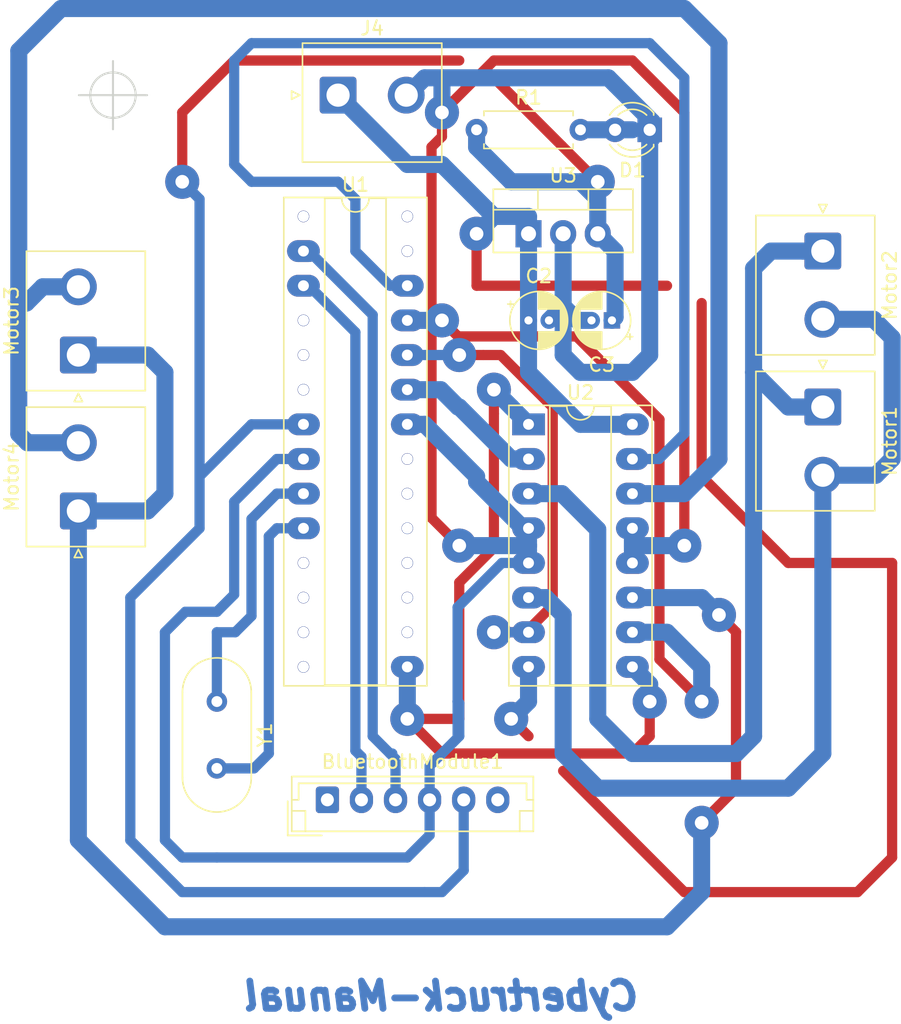
<source format=kicad_pcb>
(kicad_pcb (version 20171130) (host pcbnew "(5.0.1)-4")

  (general
    (thickness 1.6)
    (drawings 2)
    (tracks 254)
    (zones 0)
    (modules 14)
    (nets 36)
  )

  (page A4)
  (layers
    (0 F.Cu signal)
    (31 B.Cu signal)
    (32 B.Adhes user)
    (33 F.Adhes user)
    (34 B.Paste user)
    (35 F.Paste user)
    (36 B.SilkS user)
    (37 F.SilkS user)
    (38 B.Mask user)
    (39 F.Mask user)
    (40 Dwgs.User user)
    (41 Cmts.User user)
    (42 Eco1.User user)
    (43 Eco2.User user)
    (44 Edge.Cuts user)
    (45 Margin user)
    (46 B.CrtYd user)
    (47 F.CrtYd user)
    (48 B.Fab user)
    (49 F.Fab user)
  )

  (setup
    (last_trace_width 1.25)
    (user_trace_width 0.5)
    (user_trace_width 0.75)
    (user_trace_width 1.25)
    (user_trace_width 3)
    (user_trace_width 3.5)
    (trace_clearance 0.2)
    (zone_clearance 0.508)
    (zone_45_only no)
    (trace_min 0.2)
    (segment_width 0.2)
    (edge_width 0.15)
    (via_size 0.8)
    (via_drill 0.4)
    (via_min_size 0.4)
    (via_min_drill 0.3)
    (uvia_size 0.3)
    (uvia_drill 0.1)
    (uvias_allowed no)
    (uvia_min_size 0.2)
    (uvia_min_drill 0.1)
    (pcb_text_width 0.3)
    (pcb_text_size 1.5 1.5)
    (mod_edge_width 0.15)
    (mod_text_size 1 1)
    (mod_text_width 0.15)
    (pad_size 2.4 1.6)
    (pad_drill 0.8)
    (pad_to_mask_clearance 0.051)
    (solder_mask_min_width 0.25)
    (aux_axis_origin 0 0)
    (visible_elements 7FFFFFFF)
    (pcbplotparams
      (layerselection 0x010fc_ffffffff)
      (usegerberextensions false)
      (usegerberattributes false)
      (usegerberadvancedattributes false)
      (creategerberjobfile false)
      (excludeedgelayer true)
      (linewidth 0.100000)
      (plotframeref false)
      (viasonmask false)
      (mode 1)
      (useauxorigin false)
      (hpglpennumber 1)
      (hpglpenspeed 20)
      (hpglpendiameter 15.000000)
      (psnegative false)
      (psa4output false)
      (plotreference true)
      (plotvalue true)
      (plotinvisibletext false)
      (padsonsilk false)
      (subtractmaskfromsilk false)
      (outputformat 1)
      (mirror false)
      (drillshape 0)
      (scaleselection 1)
      (outputdirectory ""))
  )

  (net 0 "")
  (net 1 "Net-(BluetoothModule1-Pad1)")
  (net 2 RXD)
  (net 3 TXD)
  (net 4 gnd)
  (net 5 "Net-(BluetoothModule1-Pad5)")
  (net 6 "Net-(BluetoothModule1-Pad6)")
  (net 7 "Net-(C1-Pad1)")
  (net 8 +12V)
  (net 9 "Net-(Motor1-Pad2)")
  (net 10 "Net-(Motor1-Pad1)")
  (net 11 "Net-(U1-Pad15)")
  (net 12 "Net-(U1-Pad16)")
  (net 13 "Net-(U1-Pad17)")
  (net 14 "Net-(U1-Pad4)")
  (net 15 "Net-(U1-Pad18)")
  (net 16 "Net-(U1-Pad5)")
  (net 17 "Net-(U1-Pad19)")
  (net 18 "Net-(U1-Pad6)")
  (net 19 "Net-(U1-Pad20)")
  (net 20 "Net-(U1-Pad21)")
  (net 21 "Net-(U1-Pad23)")
  (net 22 "Net-(U1-Pad24)")
  (net 23 "Net-(U1-Pad11)")
  (net 24 "Net-(U1-Pad25)")
  (net 25 "Net-(U1-Pad12)")
  (net 26 "Net-(U1-Pad26)")
  (net 27 "Net-(U1-Pad13)")
  (net 28 "Net-(U1-Pad27)")
  (net 29 "Net-(U1-Pad14)")
  (net 30 "Net-(U1-Pad28)")
  (net 31 "Net-(D1-Pad2)")
  (net 32 "Net-(Motor3-Pad2)")
  (net 33 "Net-(Motor3-Pad1)")
  (net 34 "Net-(C4-Pad1)")
  (net 35 "Net-(C5-Pad2)")

  (net_class Default "This is the default net class."
    (clearance 0.2)
    (trace_width 0.25)
    (via_dia 0.8)
    (via_drill 0.4)
    (uvia_dia 0.3)
    (uvia_drill 0.1)
    (add_net +12V)
    (add_net "Net-(BluetoothModule1-Pad1)")
    (add_net "Net-(BluetoothModule1-Pad5)")
    (add_net "Net-(BluetoothModule1-Pad6)")
    (add_net "Net-(C1-Pad1)")
    (add_net "Net-(C4-Pad1)")
    (add_net "Net-(C5-Pad2)")
    (add_net "Net-(D1-Pad2)")
    (add_net "Net-(Motor1-Pad1)")
    (add_net "Net-(Motor1-Pad2)")
    (add_net "Net-(Motor3-Pad1)")
    (add_net "Net-(Motor3-Pad2)")
    (add_net "Net-(U1-Pad11)")
    (add_net "Net-(U1-Pad12)")
    (add_net "Net-(U1-Pad13)")
    (add_net "Net-(U1-Pad14)")
    (add_net "Net-(U1-Pad15)")
    (add_net "Net-(U1-Pad16)")
    (add_net "Net-(U1-Pad17)")
    (add_net "Net-(U1-Pad18)")
    (add_net "Net-(U1-Pad19)")
    (add_net "Net-(U1-Pad20)")
    (add_net "Net-(U1-Pad21)")
    (add_net "Net-(U1-Pad23)")
    (add_net "Net-(U1-Pad24)")
    (add_net "Net-(U1-Pad25)")
    (add_net "Net-(U1-Pad26)")
    (add_net "Net-(U1-Pad27)")
    (add_net "Net-(U1-Pad28)")
    (add_net "Net-(U1-Pad4)")
    (add_net "Net-(U1-Pad5)")
    (add_net "Net-(U1-Pad6)")
    (add_net RXD)
    (add_net TXD)
    (add_net gnd)
  )

  (module Capacitor_THT:CP_Radial_D4.0mm_P1.50mm (layer F.Cu) (tedit 5AE50EF0) (tstamp 5E2A8872)
    (at 63.5 40.64)
    (descr "CP, Radial series, Radial, pin pitch=1.50mm, , diameter=4mm, Electrolytic Capacitor")
    (tags "CP Radial series Radial pin pitch 1.50mm  diameter 4mm Electrolytic Capacitor")
    (path /5E1801C3)
    (fp_text reference C2 (at 0.75 -3.25) (layer F.SilkS)
      (effects (font (size 1 1) (thickness 0.15)))
    )
    (fp_text value CAP (at 0.75 3.25) (layer F.Fab)
      (effects (font (size 1 1) (thickness 0.15)))
    )
    (fp_text user %R (at 0.75 0) (layer F.Fab)
      (effects (font (size 0.8 0.8) (thickness 0.12)))
    )
    (fp_line (start -1.319801 -1.395) (end -1.319801 -0.995) (layer F.SilkS) (width 0.12))
    (fp_line (start -1.519801 -1.195) (end -1.119801 -1.195) (layer F.SilkS) (width 0.12))
    (fp_line (start 2.831 -0.37) (end 2.831 0.37) (layer F.SilkS) (width 0.12))
    (fp_line (start 2.791 -0.537) (end 2.791 0.537) (layer F.SilkS) (width 0.12))
    (fp_line (start 2.751 -0.664) (end 2.751 0.664) (layer F.SilkS) (width 0.12))
    (fp_line (start 2.711 -0.768) (end 2.711 0.768) (layer F.SilkS) (width 0.12))
    (fp_line (start 2.671 -0.859) (end 2.671 0.859) (layer F.SilkS) (width 0.12))
    (fp_line (start 2.631 -0.94) (end 2.631 0.94) (layer F.SilkS) (width 0.12))
    (fp_line (start 2.591 -1.013) (end 2.591 1.013) (layer F.SilkS) (width 0.12))
    (fp_line (start 2.551 -1.08) (end 2.551 1.08) (layer F.SilkS) (width 0.12))
    (fp_line (start 2.511 -1.142) (end 2.511 1.142) (layer F.SilkS) (width 0.12))
    (fp_line (start 2.471 -1.2) (end 2.471 1.2) (layer F.SilkS) (width 0.12))
    (fp_line (start 2.431 -1.254) (end 2.431 1.254) (layer F.SilkS) (width 0.12))
    (fp_line (start 2.391 -1.304) (end 2.391 1.304) (layer F.SilkS) (width 0.12))
    (fp_line (start 2.351 -1.351) (end 2.351 1.351) (layer F.SilkS) (width 0.12))
    (fp_line (start 2.311 0.84) (end 2.311 1.396) (layer F.SilkS) (width 0.12))
    (fp_line (start 2.311 -1.396) (end 2.311 -0.84) (layer F.SilkS) (width 0.12))
    (fp_line (start 2.271 0.84) (end 2.271 1.438) (layer F.SilkS) (width 0.12))
    (fp_line (start 2.271 -1.438) (end 2.271 -0.84) (layer F.SilkS) (width 0.12))
    (fp_line (start 2.231 0.84) (end 2.231 1.478) (layer F.SilkS) (width 0.12))
    (fp_line (start 2.231 -1.478) (end 2.231 -0.84) (layer F.SilkS) (width 0.12))
    (fp_line (start 2.191 0.84) (end 2.191 1.516) (layer F.SilkS) (width 0.12))
    (fp_line (start 2.191 -1.516) (end 2.191 -0.84) (layer F.SilkS) (width 0.12))
    (fp_line (start 2.151 0.84) (end 2.151 1.552) (layer F.SilkS) (width 0.12))
    (fp_line (start 2.151 -1.552) (end 2.151 -0.84) (layer F.SilkS) (width 0.12))
    (fp_line (start 2.111 0.84) (end 2.111 1.587) (layer F.SilkS) (width 0.12))
    (fp_line (start 2.111 -1.587) (end 2.111 -0.84) (layer F.SilkS) (width 0.12))
    (fp_line (start 2.071 0.84) (end 2.071 1.619) (layer F.SilkS) (width 0.12))
    (fp_line (start 2.071 -1.619) (end 2.071 -0.84) (layer F.SilkS) (width 0.12))
    (fp_line (start 2.031 0.84) (end 2.031 1.65) (layer F.SilkS) (width 0.12))
    (fp_line (start 2.031 -1.65) (end 2.031 -0.84) (layer F.SilkS) (width 0.12))
    (fp_line (start 1.991 0.84) (end 1.991 1.68) (layer F.SilkS) (width 0.12))
    (fp_line (start 1.991 -1.68) (end 1.991 -0.84) (layer F.SilkS) (width 0.12))
    (fp_line (start 1.951 0.84) (end 1.951 1.708) (layer F.SilkS) (width 0.12))
    (fp_line (start 1.951 -1.708) (end 1.951 -0.84) (layer F.SilkS) (width 0.12))
    (fp_line (start 1.911 0.84) (end 1.911 1.735) (layer F.SilkS) (width 0.12))
    (fp_line (start 1.911 -1.735) (end 1.911 -0.84) (layer F.SilkS) (width 0.12))
    (fp_line (start 1.871 0.84) (end 1.871 1.76) (layer F.SilkS) (width 0.12))
    (fp_line (start 1.871 -1.76) (end 1.871 -0.84) (layer F.SilkS) (width 0.12))
    (fp_line (start 1.831 0.84) (end 1.831 1.785) (layer F.SilkS) (width 0.12))
    (fp_line (start 1.831 -1.785) (end 1.831 -0.84) (layer F.SilkS) (width 0.12))
    (fp_line (start 1.791 0.84) (end 1.791 1.808) (layer F.SilkS) (width 0.12))
    (fp_line (start 1.791 -1.808) (end 1.791 -0.84) (layer F.SilkS) (width 0.12))
    (fp_line (start 1.751 0.84) (end 1.751 1.83) (layer F.SilkS) (width 0.12))
    (fp_line (start 1.751 -1.83) (end 1.751 -0.84) (layer F.SilkS) (width 0.12))
    (fp_line (start 1.711 0.84) (end 1.711 1.851) (layer F.SilkS) (width 0.12))
    (fp_line (start 1.711 -1.851) (end 1.711 -0.84) (layer F.SilkS) (width 0.12))
    (fp_line (start 1.671 0.84) (end 1.671 1.87) (layer F.SilkS) (width 0.12))
    (fp_line (start 1.671 -1.87) (end 1.671 -0.84) (layer F.SilkS) (width 0.12))
    (fp_line (start 1.631 0.84) (end 1.631 1.889) (layer F.SilkS) (width 0.12))
    (fp_line (start 1.631 -1.889) (end 1.631 -0.84) (layer F.SilkS) (width 0.12))
    (fp_line (start 1.591 0.84) (end 1.591 1.907) (layer F.SilkS) (width 0.12))
    (fp_line (start 1.591 -1.907) (end 1.591 -0.84) (layer F.SilkS) (width 0.12))
    (fp_line (start 1.551 0.84) (end 1.551 1.924) (layer F.SilkS) (width 0.12))
    (fp_line (start 1.551 -1.924) (end 1.551 -0.84) (layer F.SilkS) (width 0.12))
    (fp_line (start 1.511 0.84) (end 1.511 1.94) (layer F.SilkS) (width 0.12))
    (fp_line (start 1.511 -1.94) (end 1.511 -0.84) (layer F.SilkS) (width 0.12))
    (fp_line (start 1.471 0.84) (end 1.471 1.954) (layer F.SilkS) (width 0.12))
    (fp_line (start 1.471 -1.954) (end 1.471 -0.84) (layer F.SilkS) (width 0.12))
    (fp_line (start 1.43 0.84) (end 1.43 1.968) (layer F.SilkS) (width 0.12))
    (fp_line (start 1.43 -1.968) (end 1.43 -0.84) (layer F.SilkS) (width 0.12))
    (fp_line (start 1.39 0.84) (end 1.39 1.982) (layer F.SilkS) (width 0.12))
    (fp_line (start 1.39 -1.982) (end 1.39 -0.84) (layer F.SilkS) (width 0.12))
    (fp_line (start 1.35 0.84) (end 1.35 1.994) (layer F.SilkS) (width 0.12))
    (fp_line (start 1.35 -1.994) (end 1.35 -0.84) (layer F.SilkS) (width 0.12))
    (fp_line (start 1.31 0.84) (end 1.31 2.005) (layer F.SilkS) (width 0.12))
    (fp_line (start 1.31 -2.005) (end 1.31 -0.84) (layer F.SilkS) (width 0.12))
    (fp_line (start 1.27 0.84) (end 1.27 2.016) (layer F.SilkS) (width 0.12))
    (fp_line (start 1.27 -2.016) (end 1.27 -0.84) (layer F.SilkS) (width 0.12))
    (fp_line (start 1.23 0.84) (end 1.23 2.025) (layer F.SilkS) (width 0.12))
    (fp_line (start 1.23 -2.025) (end 1.23 -0.84) (layer F.SilkS) (width 0.12))
    (fp_line (start 1.19 0.84) (end 1.19 2.034) (layer F.SilkS) (width 0.12))
    (fp_line (start 1.19 -2.034) (end 1.19 -0.84) (layer F.SilkS) (width 0.12))
    (fp_line (start 1.15 0.84) (end 1.15 2.042) (layer F.SilkS) (width 0.12))
    (fp_line (start 1.15 -2.042) (end 1.15 -0.84) (layer F.SilkS) (width 0.12))
    (fp_line (start 1.11 0.84) (end 1.11 2.05) (layer F.SilkS) (width 0.12))
    (fp_line (start 1.11 -2.05) (end 1.11 -0.84) (layer F.SilkS) (width 0.12))
    (fp_line (start 1.07 0.84) (end 1.07 2.056) (layer F.SilkS) (width 0.12))
    (fp_line (start 1.07 -2.056) (end 1.07 -0.84) (layer F.SilkS) (width 0.12))
    (fp_line (start 1.03 0.84) (end 1.03 2.062) (layer F.SilkS) (width 0.12))
    (fp_line (start 1.03 -2.062) (end 1.03 -0.84) (layer F.SilkS) (width 0.12))
    (fp_line (start 0.99 0.84) (end 0.99 2.067) (layer F.SilkS) (width 0.12))
    (fp_line (start 0.99 -2.067) (end 0.99 -0.84) (layer F.SilkS) (width 0.12))
    (fp_line (start 0.95 0.84) (end 0.95 2.071) (layer F.SilkS) (width 0.12))
    (fp_line (start 0.95 -2.071) (end 0.95 -0.84) (layer F.SilkS) (width 0.12))
    (fp_line (start 0.91 0.84) (end 0.91 2.074) (layer F.SilkS) (width 0.12))
    (fp_line (start 0.91 -2.074) (end 0.91 -0.84) (layer F.SilkS) (width 0.12))
    (fp_line (start 0.87 0.84) (end 0.87 2.077) (layer F.SilkS) (width 0.12))
    (fp_line (start 0.87 -2.077) (end 0.87 -0.84) (layer F.SilkS) (width 0.12))
    (fp_line (start 0.83 -2.079) (end 0.83 -0.84) (layer F.SilkS) (width 0.12))
    (fp_line (start 0.83 0.84) (end 0.83 2.079) (layer F.SilkS) (width 0.12))
    (fp_line (start 0.79 -2.08) (end 0.79 -0.84) (layer F.SilkS) (width 0.12))
    (fp_line (start 0.79 0.84) (end 0.79 2.08) (layer F.SilkS) (width 0.12))
    (fp_line (start 0.75 -2.08) (end 0.75 -0.84) (layer F.SilkS) (width 0.12))
    (fp_line (start 0.75 0.84) (end 0.75 2.08) (layer F.SilkS) (width 0.12))
    (fp_line (start -0.752554 -1.0675) (end -0.752554 -0.6675) (layer F.Fab) (width 0.1))
    (fp_line (start -0.952554 -0.8675) (end -0.552554 -0.8675) (layer F.Fab) (width 0.1))
    (fp_circle (center 0.75 0) (end 3 0) (layer F.CrtYd) (width 0.05))
    (fp_circle (center 0.75 0) (end 2.87 0) (layer F.SilkS) (width 0.12))
    (fp_circle (center 0.75 0) (end 2.75 0) (layer F.Fab) (width 0.1))
    (pad 2 thru_hole circle (at 1.5 0) (size 1.2 1.2) (drill 0.6) (layers *.Cu *.Mask)
      (net 4 gnd))
    (pad 1 thru_hole rect (at 0 0) (size 1.2 1.2) (drill 0.6) (layers *.Cu *.Mask)
      (net 8 +12V))
    (model ${KISYS3DMOD}/Capacitor_THT.3dshapes/CP_Radial_D4.0mm_P1.50mm.wrl
      (at (xyz 0 0 0))
      (scale (xyz 1 1 1))
      (rotate (xyz 0 0 0))
    )
  )

  (module Capacitor_THT:CP_Radial_D4.0mm_P1.50mm (layer F.Cu) (tedit 5AE50EF0) (tstamp 5E2A88DD)
    (at 69.62 40.64 180)
    (descr "CP, Radial series, Radial, pin pitch=1.50mm, , diameter=4mm, Electrolytic Capacitor")
    (tags "CP Radial series Radial pin pitch 1.50mm  diameter 4mm Electrolytic Capacitor")
    (path /5E18021F)
    (fp_text reference C3 (at 0.75 -3.25 180) (layer F.SilkS)
      (effects (font (size 1 1) (thickness 0.15)))
    )
    (fp_text value CAP (at 0.75 3.25 180) (layer F.Fab)
      (effects (font (size 1 1) (thickness 0.15)))
    )
    (fp_circle (center 0.75 0) (end 2.75 0) (layer F.Fab) (width 0.1))
    (fp_circle (center 0.75 0) (end 2.87 0) (layer F.SilkS) (width 0.12))
    (fp_circle (center 0.75 0) (end 3 0) (layer F.CrtYd) (width 0.05))
    (fp_line (start -0.952554 -0.8675) (end -0.552554 -0.8675) (layer F.Fab) (width 0.1))
    (fp_line (start -0.752554 -1.0675) (end -0.752554 -0.6675) (layer F.Fab) (width 0.1))
    (fp_line (start 0.75 0.84) (end 0.75 2.08) (layer F.SilkS) (width 0.12))
    (fp_line (start 0.75 -2.08) (end 0.75 -0.84) (layer F.SilkS) (width 0.12))
    (fp_line (start 0.79 0.84) (end 0.79 2.08) (layer F.SilkS) (width 0.12))
    (fp_line (start 0.79 -2.08) (end 0.79 -0.84) (layer F.SilkS) (width 0.12))
    (fp_line (start 0.83 0.84) (end 0.83 2.079) (layer F.SilkS) (width 0.12))
    (fp_line (start 0.83 -2.079) (end 0.83 -0.84) (layer F.SilkS) (width 0.12))
    (fp_line (start 0.87 -2.077) (end 0.87 -0.84) (layer F.SilkS) (width 0.12))
    (fp_line (start 0.87 0.84) (end 0.87 2.077) (layer F.SilkS) (width 0.12))
    (fp_line (start 0.91 -2.074) (end 0.91 -0.84) (layer F.SilkS) (width 0.12))
    (fp_line (start 0.91 0.84) (end 0.91 2.074) (layer F.SilkS) (width 0.12))
    (fp_line (start 0.95 -2.071) (end 0.95 -0.84) (layer F.SilkS) (width 0.12))
    (fp_line (start 0.95 0.84) (end 0.95 2.071) (layer F.SilkS) (width 0.12))
    (fp_line (start 0.99 -2.067) (end 0.99 -0.84) (layer F.SilkS) (width 0.12))
    (fp_line (start 0.99 0.84) (end 0.99 2.067) (layer F.SilkS) (width 0.12))
    (fp_line (start 1.03 -2.062) (end 1.03 -0.84) (layer F.SilkS) (width 0.12))
    (fp_line (start 1.03 0.84) (end 1.03 2.062) (layer F.SilkS) (width 0.12))
    (fp_line (start 1.07 -2.056) (end 1.07 -0.84) (layer F.SilkS) (width 0.12))
    (fp_line (start 1.07 0.84) (end 1.07 2.056) (layer F.SilkS) (width 0.12))
    (fp_line (start 1.11 -2.05) (end 1.11 -0.84) (layer F.SilkS) (width 0.12))
    (fp_line (start 1.11 0.84) (end 1.11 2.05) (layer F.SilkS) (width 0.12))
    (fp_line (start 1.15 -2.042) (end 1.15 -0.84) (layer F.SilkS) (width 0.12))
    (fp_line (start 1.15 0.84) (end 1.15 2.042) (layer F.SilkS) (width 0.12))
    (fp_line (start 1.19 -2.034) (end 1.19 -0.84) (layer F.SilkS) (width 0.12))
    (fp_line (start 1.19 0.84) (end 1.19 2.034) (layer F.SilkS) (width 0.12))
    (fp_line (start 1.23 -2.025) (end 1.23 -0.84) (layer F.SilkS) (width 0.12))
    (fp_line (start 1.23 0.84) (end 1.23 2.025) (layer F.SilkS) (width 0.12))
    (fp_line (start 1.27 -2.016) (end 1.27 -0.84) (layer F.SilkS) (width 0.12))
    (fp_line (start 1.27 0.84) (end 1.27 2.016) (layer F.SilkS) (width 0.12))
    (fp_line (start 1.31 -2.005) (end 1.31 -0.84) (layer F.SilkS) (width 0.12))
    (fp_line (start 1.31 0.84) (end 1.31 2.005) (layer F.SilkS) (width 0.12))
    (fp_line (start 1.35 -1.994) (end 1.35 -0.84) (layer F.SilkS) (width 0.12))
    (fp_line (start 1.35 0.84) (end 1.35 1.994) (layer F.SilkS) (width 0.12))
    (fp_line (start 1.39 -1.982) (end 1.39 -0.84) (layer F.SilkS) (width 0.12))
    (fp_line (start 1.39 0.84) (end 1.39 1.982) (layer F.SilkS) (width 0.12))
    (fp_line (start 1.43 -1.968) (end 1.43 -0.84) (layer F.SilkS) (width 0.12))
    (fp_line (start 1.43 0.84) (end 1.43 1.968) (layer F.SilkS) (width 0.12))
    (fp_line (start 1.471 -1.954) (end 1.471 -0.84) (layer F.SilkS) (width 0.12))
    (fp_line (start 1.471 0.84) (end 1.471 1.954) (layer F.SilkS) (width 0.12))
    (fp_line (start 1.511 -1.94) (end 1.511 -0.84) (layer F.SilkS) (width 0.12))
    (fp_line (start 1.511 0.84) (end 1.511 1.94) (layer F.SilkS) (width 0.12))
    (fp_line (start 1.551 -1.924) (end 1.551 -0.84) (layer F.SilkS) (width 0.12))
    (fp_line (start 1.551 0.84) (end 1.551 1.924) (layer F.SilkS) (width 0.12))
    (fp_line (start 1.591 -1.907) (end 1.591 -0.84) (layer F.SilkS) (width 0.12))
    (fp_line (start 1.591 0.84) (end 1.591 1.907) (layer F.SilkS) (width 0.12))
    (fp_line (start 1.631 -1.889) (end 1.631 -0.84) (layer F.SilkS) (width 0.12))
    (fp_line (start 1.631 0.84) (end 1.631 1.889) (layer F.SilkS) (width 0.12))
    (fp_line (start 1.671 -1.87) (end 1.671 -0.84) (layer F.SilkS) (width 0.12))
    (fp_line (start 1.671 0.84) (end 1.671 1.87) (layer F.SilkS) (width 0.12))
    (fp_line (start 1.711 -1.851) (end 1.711 -0.84) (layer F.SilkS) (width 0.12))
    (fp_line (start 1.711 0.84) (end 1.711 1.851) (layer F.SilkS) (width 0.12))
    (fp_line (start 1.751 -1.83) (end 1.751 -0.84) (layer F.SilkS) (width 0.12))
    (fp_line (start 1.751 0.84) (end 1.751 1.83) (layer F.SilkS) (width 0.12))
    (fp_line (start 1.791 -1.808) (end 1.791 -0.84) (layer F.SilkS) (width 0.12))
    (fp_line (start 1.791 0.84) (end 1.791 1.808) (layer F.SilkS) (width 0.12))
    (fp_line (start 1.831 -1.785) (end 1.831 -0.84) (layer F.SilkS) (width 0.12))
    (fp_line (start 1.831 0.84) (end 1.831 1.785) (layer F.SilkS) (width 0.12))
    (fp_line (start 1.871 -1.76) (end 1.871 -0.84) (layer F.SilkS) (width 0.12))
    (fp_line (start 1.871 0.84) (end 1.871 1.76) (layer F.SilkS) (width 0.12))
    (fp_line (start 1.911 -1.735) (end 1.911 -0.84) (layer F.SilkS) (width 0.12))
    (fp_line (start 1.911 0.84) (end 1.911 1.735) (layer F.SilkS) (width 0.12))
    (fp_line (start 1.951 -1.708) (end 1.951 -0.84) (layer F.SilkS) (width 0.12))
    (fp_line (start 1.951 0.84) (end 1.951 1.708) (layer F.SilkS) (width 0.12))
    (fp_line (start 1.991 -1.68) (end 1.991 -0.84) (layer F.SilkS) (width 0.12))
    (fp_line (start 1.991 0.84) (end 1.991 1.68) (layer F.SilkS) (width 0.12))
    (fp_line (start 2.031 -1.65) (end 2.031 -0.84) (layer F.SilkS) (width 0.12))
    (fp_line (start 2.031 0.84) (end 2.031 1.65) (layer F.SilkS) (width 0.12))
    (fp_line (start 2.071 -1.619) (end 2.071 -0.84) (layer F.SilkS) (width 0.12))
    (fp_line (start 2.071 0.84) (end 2.071 1.619) (layer F.SilkS) (width 0.12))
    (fp_line (start 2.111 -1.587) (end 2.111 -0.84) (layer F.SilkS) (width 0.12))
    (fp_line (start 2.111 0.84) (end 2.111 1.587) (layer F.SilkS) (width 0.12))
    (fp_line (start 2.151 -1.552) (end 2.151 -0.84) (layer F.SilkS) (width 0.12))
    (fp_line (start 2.151 0.84) (end 2.151 1.552) (layer F.SilkS) (width 0.12))
    (fp_line (start 2.191 -1.516) (end 2.191 -0.84) (layer F.SilkS) (width 0.12))
    (fp_line (start 2.191 0.84) (end 2.191 1.516) (layer F.SilkS) (width 0.12))
    (fp_line (start 2.231 -1.478) (end 2.231 -0.84) (layer F.SilkS) (width 0.12))
    (fp_line (start 2.231 0.84) (end 2.231 1.478) (layer F.SilkS) (width 0.12))
    (fp_line (start 2.271 -1.438) (end 2.271 -0.84) (layer F.SilkS) (width 0.12))
    (fp_line (start 2.271 0.84) (end 2.271 1.438) (layer F.SilkS) (width 0.12))
    (fp_line (start 2.311 -1.396) (end 2.311 -0.84) (layer F.SilkS) (width 0.12))
    (fp_line (start 2.311 0.84) (end 2.311 1.396) (layer F.SilkS) (width 0.12))
    (fp_line (start 2.351 -1.351) (end 2.351 1.351) (layer F.SilkS) (width 0.12))
    (fp_line (start 2.391 -1.304) (end 2.391 1.304) (layer F.SilkS) (width 0.12))
    (fp_line (start 2.431 -1.254) (end 2.431 1.254) (layer F.SilkS) (width 0.12))
    (fp_line (start 2.471 -1.2) (end 2.471 1.2) (layer F.SilkS) (width 0.12))
    (fp_line (start 2.511 -1.142) (end 2.511 1.142) (layer F.SilkS) (width 0.12))
    (fp_line (start 2.551 -1.08) (end 2.551 1.08) (layer F.SilkS) (width 0.12))
    (fp_line (start 2.591 -1.013) (end 2.591 1.013) (layer F.SilkS) (width 0.12))
    (fp_line (start 2.631 -0.94) (end 2.631 0.94) (layer F.SilkS) (width 0.12))
    (fp_line (start 2.671 -0.859) (end 2.671 0.859) (layer F.SilkS) (width 0.12))
    (fp_line (start 2.711 -0.768) (end 2.711 0.768) (layer F.SilkS) (width 0.12))
    (fp_line (start 2.751 -0.664) (end 2.751 0.664) (layer F.SilkS) (width 0.12))
    (fp_line (start 2.791 -0.537) (end 2.791 0.537) (layer F.SilkS) (width 0.12))
    (fp_line (start 2.831 -0.37) (end 2.831 0.37) (layer F.SilkS) (width 0.12))
    (fp_line (start -1.519801 -1.195) (end -1.119801 -1.195) (layer F.SilkS) (width 0.12))
    (fp_line (start -1.319801 -1.395) (end -1.319801 -0.995) (layer F.SilkS) (width 0.12))
    (fp_text user %R (at 0.75 0 180) (layer F.Fab)
      (effects (font (size 0.8 0.8) (thickness 0.12)))
    )
    (pad 1 thru_hole rect (at 0 0 180) (size 1.2 1.2) (drill 0.6) (layers *.Cu *.Mask)
      (net 5 "Net-(BluetoothModule1-Pad5)"))
    (pad 2 thru_hole circle (at 1.5 0 180) (size 1.2 1.2) (drill 0.6) (layers *.Cu *.Mask)
      (net 4 gnd))
    (model ${KISYS3DMOD}/Capacitor_THT.3dshapes/CP_Radial_D4.0mm_P1.50mm.wrl
      (at (xyz 0 0 0))
      (scale (xyz 1 1 1))
      (rotate (xyz 0 0 0))
    )
  )

  (module LED_THT:LED_D3.0mm_IRGrey (layer F.Cu) (tedit 5A6C9BB8) (tstamp 5E2A89C7)
    (at 72.39 26.67 180)
    (descr "IR-LED, diameter 3.0mm, 2 pins, color: grey")
    (tags "IR infrared LED diameter 3.0mm 2 pins grey")
    (path /5E19243C)
    (fp_text reference D1 (at 1.27 -2.96 180) (layer F.SilkS)
      (effects (font (size 1 1) (thickness 0.15)))
    )
    (fp_text value LED (at 1.27 2.96 180) (layer F.Fab)
      (effects (font (size 1 1) (thickness 0.15)))
    )
    (fp_text user %R (at 1.47 0 180) (layer F.Fab)
      (effects (font (size 0.8 0.8) (thickness 0.12)))
    )
    (fp_line (start -0.23 -1.16619) (end -0.23 1.16619) (layer F.Fab) (width 0.1))
    (fp_line (start -0.29 -1.236) (end -0.29 -1.08) (layer F.SilkS) (width 0.12))
    (fp_line (start -0.29 1.08) (end -0.29 1.236) (layer F.SilkS) (width 0.12))
    (fp_line (start -1.15 -2.25) (end -1.15 2.25) (layer F.CrtYd) (width 0.05))
    (fp_line (start -1.15 2.25) (end 3.7 2.25) (layer F.CrtYd) (width 0.05))
    (fp_line (start 3.7 2.25) (end 3.7 -2.25) (layer F.CrtYd) (width 0.05))
    (fp_line (start 3.7 -2.25) (end -1.15 -2.25) (layer F.CrtYd) (width 0.05))
    (fp_circle (center 1.27 0) (end 2.77 0) (layer F.Fab) (width 0.1))
    (fp_arc (start 1.27 0) (end -0.23 -1.16619) (angle 284.3) (layer F.Fab) (width 0.1))
    (fp_arc (start 1.27 0) (end -0.29 -1.235516) (angle 108.8) (layer F.SilkS) (width 0.12))
    (fp_arc (start 1.27 0) (end -0.29 1.235516) (angle -108.8) (layer F.SilkS) (width 0.12))
    (fp_arc (start 1.27 0) (end 0.229039 -1.08) (angle 87.9) (layer F.SilkS) (width 0.12))
    (fp_arc (start 1.27 0) (end 0.229039 1.08) (angle -87.9) (layer F.SilkS) (width 0.12))
    (pad 1 thru_hole rect (at 0 0 180) (size 1.8 1.8) (drill 0.9) (layers *.Cu *.Mask)
      (net 4 gnd))
    (pad 2 thru_hole circle (at 2.54 0 180) (size 1.8 1.8) (drill 0.9) (layers *.Cu *.Mask)
      (net 31 "Net-(D1-Pad2)"))
    (model ${KISYS3DMOD}/LED_THT.3dshapes/LED_D3.0mm_IRGrey.wrl
      (at (xyz 0 0 0))
      (scale (xyz 1 1 1))
      (rotate (xyz 0 0 0))
    )
  )

  (module Connector_JST:JST_NV_B02P-NV_1x02_P5.00mm_Vertical (layer F.Cu) (tedit 5B774480) (tstamp 5E2A89E0)
    (at 49.53 24.13)
    (descr "JST NV series connector, B02P-NV (http://www.jst-mfg.com/product/pdf/eng/eNV.pdf), generated with kicad-footprint-generator")
    (tags "connector JST NV side entry")
    (path /5E15CCEF)
    (fp_text reference J4 (at 2.5 -4.9) (layer F.SilkS)
      (effects (font (size 1 1) (thickness 0.15)))
    )
    (fp_text value "12V Supply" (at 2.5 6) (layer F.Fab)
      (effects (font (size 1 1) (thickness 0.15)))
    )
    (fp_line (start -2.5 -3.7) (end -2.5 4.8) (layer F.Fab) (width 0.1))
    (fp_line (start -2.5 4.8) (end 7.5 4.8) (layer F.Fab) (width 0.1))
    (fp_line (start 7.5 4.8) (end 7.5 -3.7) (layer F.Fab) (width 0.1))
    (fp_line (start 7.5 -3.7) (end -2.5 -3.7) (layer F.Fab) (width 0.1))
    (fp_line (start -2.5 -2) (end 7.5 -2) (layer F.Fab) (width 0.1))
    (fp_line (start -2.5 -1) (end -1.5 0) (layer F.Fab) (width 0.1))
    (fp_line (start -2.5 1) (end -1.5 0) (layer F.Fab) (width 0.1))
    (fp_line (start -3 -4.2) (end -3 5.3) (layer F.CrtYd) (width 0.05))
    (fp_line (start -3 5.3) (end 8 5.3) (layer F.CrtYd) (width 0.05))
    (fp_line (start 8 5.3) (end 8 -4.2) (layer F.CrtYd) (width 0.05))
    (fp_line (start 8 -4.2) (end -3 -4.2) (layer F.CrtYd) (width 0.05))
    (fp_line (start -2.61 -3.81) (end -2.61 4.91) (layer F.SilkS) (width 0.12))
    (fp_line (start -2.61 4.91) (end 7.61 4.91) (layer F.SilkS) (width 0.12))
    (fp_line (start 7.61 4.91) (end 7.61 -3.81) (layer F.SilkS) (width 0.12))
    (fp_line (start 7.61 -3.81) (end -2.61 -3.81) (layer F.SilkS) (width 0.12))
    (fp_line (start -2.81 0) (end -3.41 0.3) (layer F.SilkS) (width 0.12))
    (fp_line (start -3.41 0.3) (end -3.41 -0.3) (layer F.SilkS) (width 0.12))
    (fp_line (start -3.41 -0.3) (end -2.81 0) (layer F.SilkS) (width 0.12))
    (fp_text user %R (at 2.5 4.1) (layer F.Fab)
      (effects (font (size 1 1) (thickness 0.15)))
    )
    (pad 1 thru_hole roundrect (at 0 0) (size 2.7 2.7) (drill 1.7) (layers *.Cu *.Mask) (roundrect_rratio 0.09259299999999999)
      (net 8 +12V))
    (pad 2 thru_hole circle (at 5 0) (size 2.7 2.7) (drill 1.7) (layers *.Cu *.Mask)
      (net 4 gnd))
    (model ${KISYS3DMOD}/Connector_JST.3dshapes/JST_NV_B02P-NV_1x02_P5.00mm_Vertical.wrl
      (at (xyz 0 0 0))
      (scale (xyz 1 1 1))
      (rotate (xyz 0 0 0))
    )
  )

  (module Connector_JST:JST_NV_B02P-NV_1x02_P5.00mm_Vertical (layer F.Cu) (tedit 5B774480) (tstamp 5E2A89F9)
    (at 85.09 46.99 270)
    (descr "JST NV series connector, B02P-NV (http://www.jst-mfg.com/product/pdf/eng/eNV.pdf), generated with kicad-footprint-generator")
    (tags "connector JST NV side entry")
    (path /5E173633)
    (fp_text reference Motor1 (at 2.5 -4.9 270) (layer F.SilkS)
      (effects (font (size 1 1) (thickness 0.15)))
    )
    (fp_text value Conn_01x02_Female (at 2.5 6 270) (layer F.Fab)
      (effects (font (size 1 1) (thickness 0.15)))
    )
    (fp_line (start -2.5 -3.7) (end -2.5 4.8) (layer F.Fab) (width 0.1))
    (fp_line (start -2.5 4.8) (end 7.5 4.8) (layer F.Fab) (width 0.1))
    (fp_line (start 7.5 4.8) (end 7.5 -3.7) (layer F.Fab) (width 0.1))
    (fp_line (start 7.5 -3.7) (end -2.5 -3.7) (layer F.Fab) (width 0.1))
    (fp_line (start -2.5 -2) (end 7.5 -2) (layer F.Fab) (width 0.1))
    (fp_line (start -2.5 -1) (end -1.5 0) (layer F.Fab) (width 0.1))
    (fp_line (start -2.5 1) (end -1.5 0) (layer F.Fab) (width 0.1))
    (fp_line (start -3 -4.2) (end -3 5.3) (layer F.CrtYd) (width 0.05))
    (fp_line (start -3 5.3) (end 8 5.3) (layer F.CrtYd) (width 0.05))
    (fp_line (start 8 5.3) (end 8 -4.2) (layer F.CrtYd) (width 0.05))
    (fp_line (start 8 -4.2) (end -3 -4.2) (layer F.CrtYd) (width 0.05))
    (fp_line (start -2.61 -3.81) (end -2.61 4.91) (layer F.SilkS) (width 0.12))
    (fp_line (start -2.61 4.91) (end 7.61 4.91) (layer F.SilkS) (width 0.12))
    (fp_line (start 7.61 4.91) (end 7.61 -3.81) (layer F.SilkS) (width 0.12))
    (fp_line (start 7.61 -3.81) (end -2.61 -3.81) (layer F.SilkS) (width 0.12))
    (fp_line (start -2.81 0) (end -3.41 0.3) (layer F.SilkS) (width 0.12))
    (fp_line (start -3.41 0.3) (end -3.41 -0.3) (layer F.SilkS) (width 0.12))
    (fp_line (start -3.41 -0.3) (end -2.81 0) (layer F.SilkS) (width 0.12))
    (fp_text user %R (at 2.5 4.1 270) (layer F.Fab)
      (effects (font (size 1 1) (thickness 0.15)))
    )
    (pad 1 thru_hole roundrect (at 0 0 270) (size 2.7 2.7) (drill 1.7) (layers *.Cu *.Mask) (roundrect_rratio 0.09259299999999999)
      (net 10 "Net-(Motor1-Pad1)"))
    (pad 2 thru_hole circle (at 5 0 270) (size 2.7 2.7) (drill 1.7) (layers *.Cu *.Mask)
      (net 9 "Net-(Motor1-Pad2)"))
    (model ${KISYS3DMOD}/Connector_JST.3dshapes/JST_NV_B02P-NV_1x02_P5.00mm_Vertical.wrl
      (at (xyz 0 0 0))
      (scale (xyz 1 1 1))
      (rotate (xyz 0 0 0))
    )
  )

  (module Connector_JST:JST_NV_B02P-NV_1x02_P5.00mm_Vertical (layer F.Cu) (tedit 5B774480) (tstamp 5E2A8A12)
    (at 85.09 35.56 270)
    (descr "JST NV series connector, B02P-NV (http://www.jst-mfg.com/product/pdf/eng/eNV.pdf), generated with kicad-footprint-generator")
    (tags "connector JST NV side entry")
    (path /5E16635E)
    (fp_text reference Motor2 (at 2.5 -4.9 270) (layer F.SilkS)
      (effects (font (size 1 1) (thickness 0.15)))
    )
    (fp_text value Conn_01x02_Female (at 2.5 6 270) (layer F.Fab)
      (effects (font (size 1 1) (thickness 0.15)))
    )
    (fp_text user %R (at 2.5 4.1 270) (layer F.Fab)
      (effects (font (size 1 1) (thickness 0.15)))
    )
    (fp_line (start -3.41 -0.3) (end -2.81 0) (layer F.SilkS) (width 0.12))
    (fp_line (start -3.41 0.3) (end -3.41 -0.3) (layer F.SilkS) (width 0.12))
    (fp_line (start -2.81 0) (end -3.41 0.3) (layer F.SilkS) (width 0.12))
    (fp_line (start 7.61 -3.81) (end -2.61 -3.81) (layer F.SilkS) (width 0.12))
    (fp_line (start 7.61 4.91) (end 7.61 -3.81) (layer F.SilkS) (width 0.12))
    (fp_line (start -2.61 4.91) (end 7.61 4.91) (layer F.SilkS) (width 0.12))
    (fp_line (start -2.61 -3.81) (end -2.61 4.91) (layer F.SilkS) (width 0.12))
    (fp_line (start 8 -4.2) (end -3 -4.2) (layer F.CrtYd) (width 0.05))
    (fp_line (start 8 5.3) (end 8 -4.2) (layer F.CrtYd) (width 0.05))
    (fp_line (start -3 5.3) (end 8 5.3) (layer F.CrtYd) (width 0.05))
    (fp_line (start -3 -4.2) (end -3 5.3) (layer F.CrtYd) (width 0.05))
    (fp_line (start -2.5 1) (end -1.5 0) (layer F.Fab) (width 0.1))
    (fp_line (start -2.5 -1) (end -1.5 0) (layer F.Fab) (width 0.1))
    (fp_line (start -2.5 -2) (end 7.5 -2) (layer F.Fab) (width 0.1))
    (fp_line (start 7.5 -3.7) (end -2.5 -3.7) (layer F.Fab) (width 0.1))
    (fp_line (start 7.5 4.8) (end 7.5 -3.7) (layer F.Fab) (width 0.1))
    (fp_line (start -2.5 4.8) (end 7.5 4.8) (layer F.Fab) (width 0.1))
    (fp_line (start -2.5 -3.7) (end -2.5 4.8) (layer F.Fab) (width 0.1))
    (pad 2 thru_hole circle (at 5 0 270) (size 2.7 2.7) (drill 1.7) (layers *.Cu *.Mask)
      (net 9 "Net-(Motor1-Pad2)"))
    (pad 1 thru_hole roundrect (at 0 0 270) (size 2.7 2.7) (drill 1.7) (layers *.Cu *.Mask) (roundrect_rratio 0.09259299999999999)
      (net 10 "Net-(Motor1-Pad1)"))
    (model ${KISYS3DMOD}/Connector_JST.3dshapes/JST_NV_B02P-NV_1x02_P5.00mm_Vertical.wrl
      (at (xyz 0 0 0))
      (scale (xyz 1 1 1))
      (rotate (xyz 0 0 0))
    )
  )

  (module Connector_JST:JST_NV_B02P-NV_1x02_P5.00mm_Vertical (layer F.Cu) (tedit 5B774480) (tstamp 5E2A8A2B)
    (at 30.48 43.18 90)
    (descr "JST NV series connector, B02P-NV (http://www.jst-mfg.com/product/pdf/eng/eNV.pdf), generated with kicad-footprint-generator")
    (tags "connector JST NV side entry")
    (path /5E19704B)
    (fp_text reference Motor3 (at 2.5 -4.9 90) (layer F.SilkS)
      (effects (font (size 1 1) (thickness 0.15)))
    )
    (fp_text value Conn_01x02_Female (at 2.5 6 90) (layer F.Fab)
      (effects (font (size 1 1) (thickness 0.15)))
    )
    (fp_line (start -2.5 -3.7) (end -2.5 4.8) (layer F.Fab) (width 0.1))
    (fp_line (start -2.5 4.8) (end 7.5 4.8) (layer F.Fab) (width 0.1))
    (fp_line (start 7.5 4.8) (end 7.5 -3.7) (layer F.Fab) (width 0.1))
    (fp_line (start 7.5 -3.7) (end -2.5 -3.7) (layer F.Fab) (width 0.1))
    (fp_line (start -2.5 -2) (end 7.5 -2) (layer F.Fab) (width 0.1))
    (fp_line (start -2.5 -1) (end -1.5 0) (layer F.Fab) (width 0.1))
    (fp_line (start -2.5 1) (end -1.5 0) (layer F.Fab) (width 0.1))
    (fp_line (start -3 -4.2) (end -3 5.3) (layer F.CrtYd) (width 0.05))
    (fp_line (start -3 5.3) (end 8 5.3) (layer F.CrtYd) (width 0.05))
    (fp_line (start 8 5.3) (end 8 -4.2) (layer F.CrtYd) (width 0.05))
    (fp_line (start 8 -4.2) (end -3 -4.2) (layer F.CrtYd) (width 0.05))
    (fp_line (start -2.61 -3.81) (end -2.61 4.91) (layer F.SilkS) (width 0.12))
    (fp_line (start -2.61 4.91) (end 7.61 4.91) (layer F.SilkS) (width 0.12))
    (fp_line (start 7.61 4.91) (end 7.61 -3.81) (layer F.SilkS) (width 0.12))
    (fp_line (start 7.61 -3.81) (end -2.61 -3.81) (layer F.SilkS) (width 0.12))
    (fp_line (start -2.81 0) (end -3.41 0.3) (layer F.SilkS) (width 0.12))
    (fp_line (start -3.41 0.3) (end -3.41 -0.3) (layer F.SilkS) (width 0.12))
    (fp_line (start -3.41 -0.3) (end -2.81 0) (layer F.SilkS) (width 0.12))
    (fp_text user %R (at 2.5 4.1 90) (layer F.Fab)
      (effects (font (size 1 1) (thickness 0.15)))
    )
    (pad 1 thru_hole roundrect (at 0 0 90) (size 2.7 2.7) (drill 1.7) (layers *.Cu *.Mask) (roundrect_rratio 0.09259299999999999)
      (net 33 "Net-(Motor3-Pad1)"))
    (pad 2 thru_hole circle (at 5 0 90) (size 2.7 2.7) (drill 1.7) (layers *.Cu *.Mask)
      (net 32 "Net-(Motor3-Pad2)"))
    (model ${KISYS3DMOD}/Connector_JST.3dshapes/JST_NV_B02P-NV_1x02_P5.00mm_Vertical.wrl
      (at (xyz 0 0 0))
      (scale (xyz 1 1 1))
      (rotate (xyz 0 0 0))
    )
  )

  (module Connector_JST:JST_NV_B02P-NV_1x02_P5.00mm_Vertical (layer F.Cu) (tedit 5B774480) (tstamp 5E2A8A44)
    (at 30.48 54.61 90)
    (descr "JST NV series connector, B02P-NV (http://www.jst-mfg.com/product/pdf/eng/eNV.pdf), generated with kicad-footprint-generator")
    (tags "connector JST NV side entry")
    (path /5E19707D)
    (fp_text reference Motor4 (at 2.5 -4.9 90) (layer F.SilkS)
      (effects (font (size 1 1) (thickness 0.15)))
    )
    (fp_text value Conn_01x02_Female (at 2.5 6 90) (layer F.Fab)
      (effects (font (size 1 1) (thickness 0.15)))
    )
    (fp_text user %R (at 2.5 4.1 90) (layer F.Fab)
      (effects (font (size 1 1) (thickness 0.15)))
    )
    (fp_line (start -3.41 -0.3) (end -2.81 0) (layer F.SilkS) (width 0.12))
    (fp_line (start -3.41 0.3) (end -3.41 -0.3) (layer F.SilkS) (width 0.12))
    (fp_line (start -2.81 0) (end -3.41 0.3) (layer F.SilkS) (width 0.12))
    (fp_line (start 7.61 -3.81) (end -2.61 -3.81) (layer F.SilkS) (width 0.12))
    (fp_line (start 7.61 4.91) (end 7.61 -3.81) (layer F.SilkS) (width 0.12))
    (fp_line (start -2.61 4.91) (end 7.61 4.91) (layer F.SilkS) (width 0.12))
    (fp_line (start -2.61 -3.81) (end -2.61 4.91) (layer F.SilkS) (width 0.12))
    (fp_line (start 8 -4.2) (end -3 -4.2) (layer F.CrtYd) (width 0.05))
    (fp_line (start 8 5.3) (end 8 -4.2) (layer F.CrtYd) (width 0.05))
    (fp_line (start -3 5.3) (end 8 5.3) (layer F.CrtYd) (width 0.05))
    (fp_line (start -3 -4.2) (end -3 5.3) (layer F.CrtYd) (width 0.05))
    (fp_line (start -2.5 1) (end -1.5 0) (layer F.Fab) (width 0.1))
    (fp_line (start -2.5 -1) (end -1.5 0) (layer F.Fab) (width 0.1))
    (fp_line (start -2.5 -2) (end 7.5 -2) (layer F.Fab) (width 0.1))
    (fp_line (start 7.5 -3.7) (end -2.5 -3.7) (layer F.Fab) (width 0.1))
    (fp_line (start 7.5 4.8) (end 7.5 -3.7) (layer F.Fab) (width 0.1))
    (fp_line (start -2.5 4.8) (end 7.5 4.8) (layer F.Fab) (width 0.1))
    (fp_line (start -2.5 -3.7) (end -2.5 4.8) (layer F.Fab) (width 0.1))
    (pad 2 thru_hole circle (at 5 0 90) (size 2.7 2.7) (drill 1.7) (layers *.Cu *.Mask)
      (net 32 "Net-(Motor3-Pad2)"))
    (pad 1 thru_hole roundrect (at 0 0 90) (size 2.7 2.7) (drill 1.7) (layers *.Cu *.Mask) (roundrect_rratio 0.09259299999999999)
      (net 33 "Net-(Motor3-Pad1)"))
    (model ${KISYS3DMOD}/Connector_JST.3dshapes/JST_NV_B02P-NV_1x02_P5.00mm_Vertical.wrl
      (at (xyz 0 0 0))
      (scale (xyz 1 1 1))
      (rotate (xyz 0 0 0))
    )
  )

  (module Resistor_THT:R_Axial_DIN0207_L6.3mm_D2.5mm_P7.62mm_Horizontal (layer F.Cu) (tedit 5AE5139B) (tstamp 5E2A8A5B)
    (at 59.69 26.67)
    (descr "Resistor, Axial_DIN0207 series, Axial, Horizontal, pin pitch=7.62mm, 0.25W = 1/4W, length*diameter=6.3*2.5mm^2, http://cdn-reichelt.de/documents/datenblatt/B400/1_4W%23YAG.pdf")
    (tags "Resistor Axial_DIN0207 series Axial Horizontal pin pitch 7.62mm 0.25W = 1/4W length 6.3mm diameter 2.5mm")
    (path /5E192397)
    (fp_text reference R1 (at 3.81 -2.37) (layer F.SilkS)
      (effects (font (size 1 1) (thickness 0.15)))
    )
    (fp_text value R (at 3.81 2.37) (layer F.Fab)
      (effects (font (size 1 1) (thickness 0.15)))
    )
    (fp_line (start 0.66 -1.25) (end 0.66 1.25) (layer F.Fab) (width 0.1))
    (fp_line (start 0.66 1.25) (end 6.96 1.25) (layer F.Fab) (width 0.1))
    (fp_line (start 6.96 1.25) (end 6.96 -1.25) (layer F.Fab) (width 0.1))
    (fp_line (start 6.96 -1.25) (end 0.66 -1.25) (layer F.Fab) (width 0.1))
    (fp_line (start 0 0) (end 0.66 0) (layer F.Fab) (width 0.1))
    (fp_line (start 7.62 0) (end 6.96 0) (layer F.Fab) (width 0.1))
    (fp_line (start 0.54 -1.04) (end 0.54 -1.37) (layer F.SilkS) (width 0.12))
    (fp_line (start 0.54 -1.37) (end 7.08 -1.37) (layer F.SilkS) (width 0.12))
    (fp_line (start 7.08 -1.37) (end 7.08 -1.04) (layer F.SilkS) (width 0.12))
    (fp_line (start 0.54 1.04) (end 0.54 1.37) (layer F.SilkS) (width 0.12))
    (fp_line (start 0.54 1.37) (end 7.08 1.37) (layer F.SilkS) (width 0.12))
    (fp_line (start 7.08 1.37) (end 7.08 1.04) (layer F.SilkS) (width 0.12))
    (fp_line (start -1.05 -1.5) (end -1.05 1.5) (layer F.CrtYd) (width 0.05))
    (fp_line (start -1.05 1.5) (end 8.67 1.5) (layer F.CrtYd) (width 0.05))
    (fp_line (start 8.67 1.5) (end 8.67 -1.5) (layer F.CrtYd) (width 0.05))
    (fp_line (start 8.67 -1.5) (end -1.05 -1.5) (layer F.CrtYd) (width 0.05))
    (fp_text user %R (at 2.54 0) (layer F.Fab)
      (effects (font (size 1 1) (thickness 0.15)))
    )
    (pad 1 thru_hole circle (at 0 0) (size 1.6 1.6) (drill 0.8) (layers *.Cu *.Mask)
      (net 5 "Net-(BluetoothModule1-Pad5)"))
    (pad 2 thru_hole oval (at 7.62 0) (size 1.6 1.6) (drill 0.8) (layers *.Cu *.Mask)
      (net 31 "Net-(D1-Pad2)"))
    (model ${KISYS3DMOD}/Resistor_THT.3dshapes/R_Axial_DIN0207_L6.3mm_D2.5mm_P7.62mm_Horizontal.wrl
      (at (xyz 0 0 0))
      (scale (xyz 1 1 1))
      (rotate (xyz 0 0 0))
    )
  )

  (module Package_DIP:DIP-28_W7.62mm_Socket_LongPads (layer F.Cu) (tedit 5E2D9B6E) (tstamp 5E2A8A93)
    (at 46.99 33.02)
    (descr "28-lead though-hole mounted DIP package, row spacing 7.62 mm (300 mils), Socket, LongPads")
    (tags "THT DIP DIL PDIP 2.54mm 7.62mm 300mil Socket LongPads")
    (path /5E15B71E)
    (fp_text reference U1 (at 3.81 -2.33) (layer F.SilkS)
      (effects (font (size 1 1) (thickness 0.15)))
    )
    (fp_text value ATmega328P-PU (at 3.81 35.35) (layer F.Fab)
      (effects (font (size 1 1) (thickness 0.15)))
    )
    (fp_arc (start 3.81 -1.33) (end 2.81 -1.33) (angle -180) (layer F.SilkS) (width 0.12))
    (fp_line (start 1.635 -1.27) (end 6.985 -1.27) (layer F.Fab) (width 0.1))
    (fp_line (start 6.985 -1.27) (end 6.985 34.29) (layer F.Fab) (width 0.1))
    (fp_line (start 6.985 34.29) (end 0.635 34.29) (layer F.Fab) (width 0.1))
    (fp_line (start 0.635 34.29) (end 0.635 -0.27) (layer F.Fab) (width 0.1))
    (fp_line (start 0.635 -0.27) (end 1.635 -1.27) (layer F.Fab) (width 0.1))
    (fp_line (start -1.27 -1.33) (end -1.27 34.35) (layer F.Fab) (width 0.1))
    (fp_line (start -1.27 34.35) (end 8.89 34.35) (layer F.Fab) (width 0.1))
    (fp_line (start 8.89 34.35) (end 8.89 -1.33) (layer F.Fab) (width 0.1))
    (fp_line (start 8.89 -1.33) (end -1.27 -1.33) (layer F.Fab) (width 0.1))
    (fp_line (start 2.81 -1.33) (end 1.56 -1.33) (layer F.SilkS) (width 0.12))
    (fp_line (start 1.56 -1.33) (end 1.56 34.35) (layer F.SilkS) (width 0.12))
    (fp_line (start 1.56 34.35) (end 6.06 34.35) (layer F.SilkS) (width 0.12))
    (fp_line (start 6.06 34.35) (end 6.06 -1.33) (layer F.SilkS) (width 0.12))
    (fp_line (start 6.06 -1.33) (end 4.81 -1.33) (layer F.SilkS) (width 0.12))
    (fp_line (start -1.44 -1.39) (end -1.44 34.41) (layer F.SilkS) (width 0.12))
    (fp_line (start -1.44 34.41) (end 9.06 34.41) (layer F.SilkS) (width 0.12))
    (fp_line (start 9.06 34.41) (end 9.06 -1.39) (layer F.SilkS) (width 0.12))
    (fp_line (start 9.06 -1.39) (end -1.44 -1.39) (layer F.SilkS) (width 0.12))
    (fp_line (start -1.55 -1.6) (end -1.55 34.65) (layer F.CrtYd) (width 0.05))
    (fp_line (start -1.55 34.65) (end 9.15 34.65) (layer F.CrtYd) (width 0.05))
    (fp_line (start 9.15 34.65) (end 9.15 -1.6) (layer F.CrtYd) (width 0.05))
    (fp_line (start 9.15 -1.6) (end -1.55 -1.6) (layer F.CrtYd) (width 0.05))
    (fp_text user %R (at 3.81 16.51) (layer F.Fab)
      (effects (font (size 1 1) (thickness 0.15)))
    )
    (pad 1 thru_hole oval (at 0 0) (size 0.85 0.85) (drill 0.8) (layers *.Cu *.Mask)
      (net 7 "Net-(C1-Pad1)"))
    (pad 15 thru_hole oval (at 7.62 33.02) (size 2.4 1.6) (drill 0.8) (layers *.Cu *.Mask)
      (net 11 "Net-(U1-Pad15)"))
    (pad 2 thru_hole oval (at 0 2.54) (size 2.4 1.6) (drill 0.8) (layers *.Cu *.Mask)
      (net 3 TXD))
    (pad 16 thru_hole oval (at 7.62 30.48) (size 0.85 0.85) (drill 0.8) (layers *.Cu *.Mask)
      (net 12 "Net-(U1-Pad16)"))
    (pad 3 thru_hole oval (at 0 5.08) (size 2.4 1.6) (drill 0.8) (layers *.Cu *.Mask)
      (net 2 RXD))
    (pad 17 thru_hole oval (at 7.62 27.94) (size 0.85 0.85) (drill 0.8) (layers *.Cu *.Mask)
      (net 13 "Net-(U1-Pad17)"))
    (pad 4 thru_hole oval (at 0 7.62) (size 0.85 0.85) (drill 0.8) (layers *.Cu *.Mask)
      (net 14 "Net-(U1-Pad4)"))
    (pad 18 thru_hole oval (at 7.62 25.4) (size 0.85 0.85) (drill 0.8) (layers *.Cu *.Mask)
      (net 15 "Net-(U1-Pad18)"))
    (pad 5 thru_hole oval (at 0 10.16) (size 0.85 0.85) (drill 0.8) (layers *.Cu *.Mask)
      (net 16 "Net-(U1-Pad5)"))
    (pad 19 thru_hole oval (at 7.62 22.86) (size 0.85 0.85) (drill 0.8) (layers *.Cu *.Mask)
      (net 17 "Net-(U1-Pad19)"))
    (pad 6 thru_hole oval (at 0 12.7) (size 0.85 0.85) (drill 0.8) (layers *.Cu *.Mask)
      (net 18 "Net-(U1-Pad6)"))
    (pad 20 thru_hole oval (at 7.62 20.32) (size 0.85 0.85) (drill 0.8) (layers *.Cu *.Mask)
      (net 19 "Net-(U1-Pad20)"))
    (pad 7 thru_hole oval (at 0 15.24) (size 2.4 1.6) (drill 0.8) (layers *.Cu *.Mask)
      (net 5 "Net-(BluetoothModule1-Pad5)"))
    (pad 21 thru_hole oval (at 7.62 17.78) (size 0.85 0.85) (drill 0.8) (layers *.Cu *.Mask)
      (net 20 "Net-(U1-Pad21)"))
    (pad 8 thru_hole oval (at 0 17.78) (size 2.4 1.6) (drill 0.8) (layers *.Cu *.Mask)
      (net 4 gnd))
    (pad 22 thru_hole oval (at 7.62 15.24) (size 2.4 1.6) (drill 0.8) (layers *.Cu *.Mask)
      (net 4 gnd))
    (pad 9 thru_hole oval (at 0 20.32) (size 2.4 1.6) (drill 0.8) (layers *.Cu *.Mask)
      (net 34 "Net-(C4-Pad1)"))
    (pad 23 thru_hole oval (at 7.62 12.7) (size 2.4 1.6) (drill 0.8) (layers *.Cu *.Mask)
      (net 21 "Net-(U1-Pad23)"))
    (pad 10 thru_hole oval (at 0 22.86) (size 2.4 1.6) (drill 0.8) (layers *.Cu *.Mask)
      (net 35 "Net-(C5-Pad2)"))
    (pad 24 thru_hole oval (at 7.62 10.16) (size 2.4 1.6) (drill 0.8) (layers *.Cu *.Mask)
      (net 22 "Net-(U1-Pad24)"))
    (pad 11 thru_hole oval (at 0 25.4) (size 0.85 0.85) (drill 0.8) (layers *.Cu *.Mask)
      (net 23 "Net-(U1-Pad11)"))
    (pad 25 thru_hole oval (at 7.62 7.62) (size 2.4 1.6) (drill 0.8) (layers *.Cu *.Mask)
      (net 24 "Net-(U1-Pad25)"))
    (pad 12 thru_hole oval (at 0 27.94) (size 0.85 0.85) (drill 0.8) (layers *.Cu *.Mask)
      (net 25 "Net-(U1-Pad12)"))
    (pad 26 thru_hole oval (at 7.62 5.08) (size 2.4 1.6) (drill 0.8) (layers *.Cu *.Mask)
      (net 26 "Net-(U1-Pad26)"))
    (pad 13 thru_hole oval (at 0 30.48) (size 0.85 0.85) (drill 0.8) (layers *.Cu *.Mask)
      (net 27 "Net-(U1-Pad13)"))
    (pad 27 thru_hole oval (at 7.62 2.54) (size 0.85 0.85) (drill 0.8) (layers *.Cu *.Mask)
      (net 28 "Net-(U1-Pad27)"))
    (pad 14 thru_hole oval (at 0 33.02) (size 0.85 0.85) (drill 0.8) (layers *.Cu *.Mask)
      (net 29 "Net-(U1-Pad14)"))
    (pad 28 thru_hole oval (at 7.62 0) (size 0.85 0.85) (drill 0.8) (layers *.Cu *.Mask)
      (net 30 "Net-(U1-Pad28)"))
    (model ${KISYS3DMOD}/Package_DIP.3dshapes/DIP-28_W7.62mm_Socket.wrl
      (at (xyz 0 0 0))
      (scale (xyz 1 1 1))
      (rotate (xyz 0 0 0))
    )
  )

  (module Package_DIP:DIP-16_W7.62mm_Socket_LongPads (layer F.Cu) (tedit 5A02E8C5) (tstamp 5E2A8ABF)
    (at 63.5 48.26)
    (descr "16-lead though-hole mounted DIP package, row spacing 7.62 mm (300 mils), Socket, LongPads")
    (tags "THT DIP DIL PDIP 2.54mm 7.62mm 300mil Socket LongPads")
    (path /5E15C2BF)
    (fp_text reference U2 (at 3.81 -2.33) (layer F.SilkS)
      (effects (font (size 1 1) (thickness 0.15)))
    )
    (fp_text value L293D (at 3.81 20.11) (layer F.Fab)
      (effects (font (size 1 1) (thickness 0.15)))
    )
    (fp_arc (start 3.81 -1.33) (end 2.81 -1.33) (angle -180) (layer F.SilkS) (width 0.12))
    (fp_line (start 1.635 -1.27) (end 6.985 -1.27) (layer F.Fab) (width 0.1))
    (fp_line (start 6.985 -1.27) (end 6.985 19.05) (layer F.Fab) (width 0.1))
    (fp_line (start 6.985 19.05) (end 0.635 19.05) (layer F.Fab) (width 0.1))
    (fp_line (start 0.635 19.05) (end 0.635 -0.27) (layer F.Fab) (width 0.1))
    (fp_line (start 0.635 -0.27) (end 1.635 -1.27) (layer F.Fab) (width 0.1))
    (fp_line (start -1.27 -1.33) (end -1.27 19.11) (layer F.Fab) (width 0.1))
    (fp_line (start -1.27 19.11) (end 8.89 19.11) (layer F.Fab) (width 0.1))
    (fp_line (start 8.89 19.11) (end 8.89 -1.33) (layer F.Fab) (width 0.1))
    (fp_line (start 8.89 -1.33) (end -1.27 -1.33) (layer F.Fab) (width 0.1))
    (fp_line (start 2.81 -1.33) (end 1.56 -1.33) (layer F.SilkS) (width 0.12))
    (fp_line (start 1.56 -1.33) (end 1.56 19.11) (layer F.SilkS) (width 0.12))
    (fp_line (start 1.56 19.11) (end 6.06 19.11) (layer F.SilkS) (width 0.12))
    (fp_line (start 6.06 19.11) (end 6.06 -1.33) (layer F.SilkS) (width 0.12))
    (fp_line (start 6.06 -1.33) (end 4.81 -1.33) (layer F.SilkS) (width 0.12))
    (fp_line (start -1.44 -1.39) (end -1.44 19.17) (layer F.SilkS) (width 0.12))
    (fp_line (start -1.44 19.17) (end 9.06 19.17) (layer F.SilkS) (width 0.12))
    (fp_line (start 9.06 19.17) (end 9.06 -1.39) (layer F.SilkS) (width 0.12))
    (fp_line (start 9.06 -1.39) (end -1.44 -1.39) (layer F.SilkS) (width 0.12))
    (fp_line (start -1.55 -1.6) (end -1.55 19.4) (layer F.CrtYd) (width 0.05))
    (fp_line (start -1.55 19.4) (end 9.15 19.4) (layer F.CrtYd) (width 0.05))
    (fp_line (start 9.15 19.4) (end 9.15 -1.6) (layer F.CrtYd) (width 0.05))
    (fp_line (start 9.15 -1.6) (end -1.55 -1.6) (layer F.CrtYd) (width 0.05))
    (fp_text user %R (at 3.81 8.89) (layer F.Fab)
      (effects (font (size 1 1) (thickness 0.15)))
    )
    (pad 1 thru_hole rect (at 0 0) (size 2.4 1.6) (drill 0.8) (layers *.Cu *.Mask)
      (net 11 "Net-(U1-Pad15)"))
    (pad 9 thru_hole oval (at 7.62 17.78) (size 2.4 1.6) (drill 0.8) (layers *.Cu *.Mask)
      (net 11 "Net-(U1-Pad15)"))
    (pad 2 thru_hole oval (at 0 2.54) (size 2.4 1.6) (drill 0.8) (layers *.Cu *.Mask)
      (net 21 "Net-(U1-Pad23)"))
    (pad 10 thru_hole oval (at 7.62 15.24) (size 2.4 1.6) (drill 0.8) (layers *.Cu *.Mask)
      (net 24 "Net-(U1-Pad25)"))
    (pad 3 thru_hole oval (at 0 5.08) (size 2.4 1.6) (drill 0.8) (layers *.Cu *.Mask)
      (net 10 "Net-(Motor1-Pad1)"))
    (pad 11 thru_hole oval (at 7.62 12.7) (size 2.4 1.6) (drill 0.8) (layers *.Cu *.Mask)
      (net 33 "Net-(Motor3-Pad1)"))
    (pad 4 thru_hole oval (at 0 7.62) (size 2.4 1.6) (drill 0.8) (layers *.Cu *.Mask)
      (net 4 gnd))
    (pad 12 thru_hole oval (at 7.62 10.16) (size 2.4 1.6) (drill 0.8) (layers *.Cu *.Mask)
      (net 4 gnd))
    (pad 5 thru_hole oval (at 0 10.16) (size 2.4 1.6) (drill 0.8) (layers *.Cu *.Mask)
      (net 4 gnd))
    (pad 13 thru_hole oval (at 7.62 7.62) (size 2.4 1.6) (drill 0.8) (layers *.Cu *.Mask)
      (net 4 gnd))
    (pad 6 thru_hole oval (at 0 12.7) (size 2.4 1.6) (drill 0.8) (layers *.Cu *.Mask)
      (net 9 "Net-(Motor1-Pad2)"))
    (pad 14 thru_hole oval (at 7.62 5.08) (size 2.4 1.6) (drill 0.8) (layers *.Cu *.Mask)
      (net 32 "Net-(Motor3-Pad2)"))
    (pad 7 thru_hole oval (at 0 15.24) (size 2.4 1.6) (drill 0.8) (layers *.Cu *.Mask)
      (net 22 "Net-(U1-Pad24)"))
    (pad 15 thru_hole oval (at 7.62 2.54) (size 2.4 1.6) (drill 0.8) (layers *.Cu *.Mask)
      (net 26 "Net-(U1-Pad26)"))
    (pad 8 thru_hole oval (at 0 17.78) (size 2.4 1.6) (drill 0.8) (layers *.Cu *.Mask)
      (net 8 +12V))
    (pad 16 thru_hole oval (at 7.62 0) (size 2.4 1.6) (drill 0.8) (layers *.Cu *.Mask)
      (net 8 +12V))
    (model ${KISYS3DMOD}/Package_DIP.3dshapes/DIP-16_W7.62mm_Socket.wrl
      (at (xyz 0 0 0))
      (scale (xyz 1 1 1))
      (rotate (xyz 0 0 0))
    )
  )

  (module Package_TO_SOT_THT:TO-220-3_Vertical (layer F.Cu) (tedit 5AC8BA0D) (tstamp 5E2A8AD9)
    (at 63.5 34.29)
    (descr "TO-220-3, Vertical, RM 2.54mm, see https://www.vishay.com/docs/66542/to-220-1.pdf")
    (tags "TO-220-3 Vertical RM 2.54mm")
    (path /5E180115)
    (fp_text reference U3 (at 2.54 -4.27) (layer F.SilkS)
      (effects (font (size 1 1) (thickness 0.15)))
    )
    (fp_text value LM7805_TO220 (at 2.54 2.5) (layer F.Fab)
      (effects (font (size 1 1) (thickness 0.15)))
    )
    (fp_line (start -2.46 -3.15) (end -2.46 1.25) (layer F.Fab) (width 0.1))
    (fp_line (start -2.46 1.25) (end 7.54 1.25) (layer F.Fab) (width 0.1))
    (fp_line (start 7.54 1.25) (end 7.54 -3.15) (layer F.Fab) (width 0.1))
    (fp_line (start 7.54 -3.15) (end -2.46 -3.15) (layer F.Fab) (width 0.1))
    (fp_line (start -2.46 -1.88) (end 7.54 -1.88) (layer F.Fab) (width 0.1))
    (fp_line (start 0.69 -3.15) (end 0.69 -1.88) (layer F.Fab) (width 0.1))
    (fp_line (start 4.39 -3.15) (end 4.39 -1.88) (layer F.Fab) (width 0.1))
    (fp_line (start -2.58 -3.27) (end 7.66 -3.27) (layer F.SilkS) (width 0.12))
    (fp_line (start -2.58 1.371) (end 7.66 1.371) (layer F.SilkS) (width 0.12))
    (fp_line (start -2.58 -3.27) (end -2.58 1.371) (layer F.SilkS) (width 0.12))
    (fp_line (start 7.66 -3.27) (end 7.66 1.371) (layer F.SilkS) (width 0.12))
    (fp_line (start -2.58 -1.76) (end 7.66 -1.76) (layer F.SilkS) (width 0.12))
    (fp_line (start 0.69 -3.27) (end 0.69 -1.76) (layer F.SilkS) (width 0.12))
    (fp_line (start 4.391 -3.27) (end 4.391 -1.76) (layer F.SilkS) (width 0.12))
    (fp_line (start -2.71 -3.4) (end -2.71 1.51) (layer F.CrtYd) (width 0.05))
    (fp_line (start -2.71 1.51) (end 7.79 1.51) (layer F.CrtYd) (width 0.05))
    (fp_line (start 7.79 1.51) (end 7.79 -3.4) (layer F.CrtYd) (width 0.05))
    (fp_line (start 7.79 -3.4) (end -2.71 -3.4) (layer F.CrtYd) (width 0.05))
    (fp_text user %R (at 2.54 -4.27) (layer F.Fab)
      (effects (font (size 1 1) (thickness 0.15)))
    )
    (pad 1 thru_hole rect (at 0 0) (size 1.905 2) (drill 1.1) (layers *.Cu *.Mask)
      (net 8 +12V))
    (pad 2 thru_hole oval (at 2.54 0) (size 1.905 2) (drill 1.1) (layers *.Cu *.Mask)
      (net 4 gnd))
    (pad 3 thru_hole oval (at 5.08 0) (size 1.905 2) (drill 1.1) (layers *.Cu *.Mask)
      (net 5 "Net-(BluetoothModule1-Pad5)"))
    (model ${KISYS3DMOD}/Package_TO_SOT_THT.3dshapes/TO-220-3_Vertical.wrl
      (at (xyz 0 0 0))
      (scale (xyz 1 1 1))
      (rotate (xyz 0 0 0))
    )
  )

  (module Crystal:Crystal_HC18-U_Vertical (layer F.Cu) (tedit 5A1AD3B7) (tstamp 5E2A8AF0)
    (at 40.64 68.58 270)
    (descr "Crystal THT HC-18/U, http://5hertz.com/pdfs/04404_D.pdf")
    (tags "THT crystalHC-18/U")
    (path /5E15BE5D)
    (fp_text reference Y1 (at 2.45 -3.525 270) (layer F.SilkS)
      (effects (font (size 1 1) (thickness 0.15)))
    )
    (fp_text value Crystal (at 2.45 3.525 270) (layer F.Fab)
      (effects (font (size 1 1) (thickness 0.15)))
    )
    (fp_text user %R (at 2.45 0 270) (layer F.Fab)
      (effects (font (size 1 1) (thickness 0.15)))
    )
    (fp_line (start -0.675 -2.325) (end 5.575 -2.325) (layer F.Fab) (width 0.1))
    (fp_line (start -0.675 2.325) (end 5.575 2.325) (layer F.Fab) (width 0.1))
    (fp_line (start -0.55 -2) (end 5.45 -2) (layer F.Fab) (width 0.1))
    (fp_line (start -0.55 2) (end 5.45 2) (layer F.Fab) (width 0.1))
    (fp_line (start -0.675 -2.525) (end 5.575 -2.525) (layer F.SilkS) (width 0.12))
    (fp_line (start -0.675 2.525) (end 5.575 2.525) (layer F.SilkS) (width 0.12))
    (fp_line (start -3.5 -2.8) (end -3.5 2.8) (layer F.CrtYd) (width 0.05))
    (fp_line (start -3.5 2.8) (end 8.4 2.8) (layer F.CrtYd) (width 0.05))
    (fp_line (start 8.4 2.8) (end 8.4 -2.8) (layer F.CrtYd) (width 0.05))
    (fp_line (start 8.4 -2.8) (end -3.5 -2.8) (layer F.CrtYd) (width 0.05))
    (fp_arc (start -0.675 0) (end -0.675 -2.325) (angle -180) (layer F.Fab) (width 0.1))
    (fp_arc (start 5.575 0) (end 5.575 -2.325) (angle 180) (layer F.Fab) (width 0.1))
    (fp_arc (start -0.55 0) (end -0.55 -2) (angle -180) (layer F.Fab) (width 0.1))
    (fp_arc (start 5.45 0) (end 5.45 -2) (angle 180) (layer F.Fab) (width 0.1))
    (fp_arc (start -0.675 0) (end -0.675 -2.525) (angle -180) (layer F.SilkS) (width 0.12))
    (fp_arc (start 5.575 0) (end 5.575 -2.525) (angle 180) (layer F.SilkS) (width 0.12))
    (pad 1 thru_hole circle (at 0 0 270) (size 1.5 1.5) (drill 0.8) (layers *.Cu *.Mask)
      (net 34 "Net-(C4-Pad1)"))
    (pad 2 thru_hole circle (at 4.9 0 270) (size 1.5 1.5) (drill 0.8) (layers *.Cu *.Mask)
      (net 35 "Net-(C5-Pad2)"))
    (model ${KISYS3DMOD}/Crystal.3dshapes/Crystal_HC18-U_Vertical.wrl
      (at (xyz 0 0 0))
      (scale (xyz 1 1 1))
      (rotate (xyz 0 0 0))
    )
  )

  (module Connector_JST:JST_EH_B06B-EH-A_1x06_P2.50mm_Vertical (layer F.Cu) (tedit 5B772AC7) (tstamp 5E2AC095)
    (at 48.745001 75.785001)
    (descr "JST EH series connector, B06B-EH-A (http://www.jst-mfg.com/product/pdf/eng/eEH.pdf), generated with kicad-footprint-generator")
    (tags "connector JST EH side entry")
    (path /5E15E3D6)
    (fp_text reference BluetoothModule1 (at 6.25 -2.8) (layer F.SilkS)
      (effects (font (size 1 1) (thickness 0.15)))
    )
    (fp_text value Conn_01x06 (at 6.25 3.4) (layer F.Fab)
      (effects (font (size 1 1) (thickness 0.15)))
    )
    (fp_line (start -2.5 -1.6) (end -2.5 2.2) (layer F.Fab) (width 0.1))
    (fp_line (start -2.5 2.2) (end 15 2.2) (layer F.Fab) (width 0.1))
    (fp_line (start 15 2.2) (end 15 -1.6) (layer F.Fab) (width 0.1))
    (fp_line (start 15 -1.6) (end -2.5 -1.6) (layer F.Fab) (width 0.1))
    (fp_line (start -3 -2.1) (end -3 2.7) (layer F.CrtYd) (width 0.05))
    (fp_line (start -3 2.7) (end 15.5 2.7) (layer F.CrtYd) (width 0.05))
    (fp_line (start 15.5 2.7) (end 15.5 -2.1) (layer F.CrtYd) (width 0.05))
    (fp_line (start 15.5 -2.1) (end -3 -2.1) (layer F.CrtYd) (width 0.05))
    (fp_line (start -2.61 -1.71) (end -2.61 2.31) (layer F.SilkS) (width 0.12))
    (fp_line (start -2.61 2.31) (end 15.11 2.31) (layer F.SilkS) (width 0.12))
    (fp_line (start 15.11 2.31) (end 15.11 -1.71) (layer F.SilkS) (width 0.12))
    (fp_line (start 15.11 -1.71) (end -2.61 -1.71) (layer F.SilkS) (width 0.12))
    (fp_line (start -2.61 0) (end -2.11 0) (layer F.SilkS) (width 0.12))
    (fp_line (start -2.11 0) (end -2.11 -1.21) (layer F.SilkS) (width 0.12))
    (fp_line (start -2.11 -1.21) (end 14.61 -1.21) (layer F.SilkS) (width 0.12))
    (fp_line (start 14.61 -1.21) (end 14.61 0) (layer F.SilkS) (width 0.12))
    (fp_line (start 14.61 0) (end 15.11 0) (layer F.SilkS) (width 0.12))
    (fp_line (start -2.61 0.81) (end -1.61 0.81) (layer F.SilkS) (width 0.12))
    (fp_line (start -1.61 0.81) (end -1.61 2.31) (layer F.SilkS) (width 0.12))
    (fp_line (start 15.11 0.81) (end 14.11 0.81) (layer F.SilkS) (width 0.12))
    (fp_line (start 14.11 0.81) (end 14.11 2.31) (layer F.SilkS) (width 0.12))
    (fp_line (start -2.91 0.11) (end -2.91 2.61) (layer F.SilkS) (width 0.12))
    (fp_line (start -2.91 2.61) (end -0.41 2.61) (layer F.SilkS) (width 0.12))
    (fp_line (start -2.91 0.11) (end -2.91 2.61) (layer F.Fab) (width 0.1))
    (fp_line (start -2.91 2.61) (end -0.41 2.61) (layer F.Fab) (width 0.1))
    (fp_text user %R (at 6.25 1.5) (layer F.Fab)
      (effects (font (size 1 1) (thickness 0.15)))
    )
    (pad 1 thru_hole roundrect (at 0 0) (size 1.7 1.95) (drill 0.95) (layers *.Cu *.Mask) (roundrect_rratio 0.147059)
      (net 1 "Net-(BluetoothModule1-Pad1)"))
    (pad 2 thru_hole oval (at 2.5 0) (size 1.7 1.95) (drill 0.95) (layers *.Cu *.Mask)
      (net 2 RXD))
    (pad 3 thru_hole oval (at 5 0) (size 1.7 1.95) (drill 0.95) (layers *.Cu *.Mask)
      (net 3 TXD))
    (pad 4 thru_hole oval (at 7.5 0) (size 1.7 1.95) (drill 0.95) (layers *.Cu *.Mask)
      (net 4 gnd))
    (pad 5 thru_hole oval (at 10 0) (size 1.7 1.95) (drill 0.95) (layers *.Cu *.Mask)
      (net 5 "Net-(BluetoothModule1-Pad5)"))
    (pad 6 thru_hole oval (at 12.5 0) (size 1.7 1.95) (drill 0.95) (layers *.Cu *.Mask)
      (net 6 "Net-(BluetoothModule1-Pad6)"))
    (model ${KISYS3DMOD}/Connector_JST.3dshapes/JST_EH_B06B-EH-A_1x06_P2.50mm_Vertical.wrl
      (at (xyz 0 0 0))
      (scale (xyz 1 1 1))
      (rotate (xyz 0 0 0))
    )
  )

  (gr_text Cybertruck-Manual (at 57.15 90.17) (layer B.Cu)
    (effects (font (size 2 2) (thickness 0.5) italic) (justify mirror))
  )
  (target plus (at 33.02 24.13) (size 5) (width 0.15) (layer Edge.Cuts))

  (segment (start 66.04 73.66) (end 74.93 82.55) (width 0.75) (layer F.Cu) (net 0))
  (segment (start 74.93 82.55) (end 87.63 82.55) (width 0.75) (layer F.Cu) (net 0))
  (segment (start 87.63 82.55) (end 90.17 80.01) (width 0.75) (layer F.Cu) (net 0))
  (segment (start 90.17 80.01) (end 90.17 58.42) (width 0.75) (layer F.Cu) (net 0))
  (segment (start 90.17 58.42) (end 82.55 58.42) (width 0.75) (layer F.Cu) (net 0))
  (segment (start 82.55 58.42) (end 76.2 52.07) (width 0.75) (layer F.Cu) (net 0))
  (segment (start 76.2 52.07) (end 76.2 39.37) (width 0.75) (layer F.Cu) (net 0))
  (segment (start 50.8 41.51) (end 50.8 72.18) (width 0.75) (layer B.Cu) (net 2))
  (segment (start 47.39 38.1) (end 50.8 41.51) (width 0.75) (layer B.Cu) (net 2))
  (segment (start 46.99 38.1) (end 47.39 38.1) (width 0.75) (layer B.Cu) (net 2))
  (segment (start 51.245001 72.625001) (end 51.245001 75.785001) (width 0.75) (layer B.Cu) (net 2))
  (segment (start 50.8 72.18) (end 51.245001 72.625001) (width 0.75) (layer B.Cu) (net 2))
  (segment (start 47.39 35.56) (end 52.07 40.24) (width 0.75) (layer B.Cu) (net 3))
  (segment (start 46.99 35.56) (end 47.39 35.56) (width 0.75) (layer B.Cu) (net 3))
  (segment (start 52.07 40.24) (end 52.07 71.12) (width 0.75) (layer B.Cu) (net 3))
  (segment (start 52.07 71.12) (end 53.34 72.39) (width 0.75) (layer B.Cu) (net 3))
  (segment (start 53.34 72.39) (end 53.51 72.39) (width 0.75) (layer B.Cu) (net 3))
  (segment (start 53.745001 72.795001) (end 53.745001 75.785001) (width 0.75) (layer B.Cu) (net 3))
  (segment (start 53.34 72.39) (end 53.745001 72.795001) (width 0.75) (layer B.Cu) (net 3))
  (via (at 57.15 25.4) (size 2.5) (drill 1) (layers F.Cu B.Cu) (net 4) (tstamp 5E2ACAB7))
  (via (at 58.42 57.15) (size 2.5) (drill 1) (layers F.Cu B.Cu) (net 4) (tstamp 5E2ACAB7))
  (via (at 74.93 57.15) (size 2.5) (drill 1) (layers F.Cu B.Cu) (net 4) (tstamp 5E2ACAB7))
  (segment (start 66.04 39.6) (end 65 40.64) (width 1.25) (layer B.Cu) (net 4))
  (segment (start 66.04 34.29) (end 66.04 39.6) (width 1.25) (layer B.Cu) (net 4))
  (segment (start 67.08 40.64) (end 66.04 39.6) (width 1.25) (layer B.Cu) (net 4))
  (segment (start 68.12 40.64) (end 67.08 40.64) (width 1.25) (layer B.Cu) (net 4))
  (segment (start 63.1 55.88) (end 63.5 55.88) (width 1.25) (layer B.Cu) (net 4))
  (segment (start 59.69 52.47) (end 63.1 55.88) (width 1.25) (layer B.Cu) (net 4))
  (segment (start 59.69 52.07) (end 59.69 52.47) (width 1.25) (layer B.Cu) (net 4))
  (segment (start 54.61 48.26) (end 55.88 48.26) (width 1.25) (layer B.Cu) (net 4))
  (segment (start 46.99 50.8) (end 46.59 50.8) (width 0.75) (layer B.Cu) (net 4))
  (segment (start 45.04 50.8) (end 41.91 53.93) (width 0.75) (layer B.Cu) (net 4))
  (segment (start 46.99 50.8) (end 45.04 50.8) (width 0.75) (layer B.Cu) (net 4))
  (segment (start 41.91 60.73) (end 40.64 62) (width 0.75) (layer B.Cu) (net 4))
  (segment (start 41.91 53.93) (end 41.91 60.73) (width 0.75) (layer B.Cu) (net 4))
  (segment (start 40.64 62) (end 38.33 62) (width 0.75) (layer B.Cu) (net 4))
  (segment (start 38.33 62) (end 36.83 63.5) (width 0.75) (layer B.Cu) (net 4))
  (segment (start 36.83 63.5) (end 36.83 78.74) (width 0.75) (layer B.Cu) (net 4))
  (segment (start 36.83 78.74) (end 38.1 80.01) (width 0.75) (layer B.Cu) (net 4))
  (segment (start 38.1 80.01) (end 40.64 80.01) (width 0.75) (layer B.Cu) (net 4))
  (segment (start 61.55 58.42) (end 58.3 61.67) (width 0.75) (layer B.Cu) (net 4))
  (segment (start 63.5 58.42) (end 61.55 58.42) (width 0.75) (layer B.Cu) (net 4))
  (segment (start 55.88 22.86) (end 54.61 24.13) (width 1.25) (layer B.Cu) (net 4))
  (segment (start 72.57001 26.069387) (end 69.360623 22.86) (width 1.25) (layer B.Cu) (net 4))
  (segment (start 54.61 24.13) (end 54.53 24.13) (width 1.25) (layer B.Cu) (net 4))
  (segment (start 72.57001 27.270613) (end 72.57001 26.069387) (width 1.25) (layer B.Cu) (net 4))
  (segment (start 66.04 39.6) (end 66.04 43.18) (width 1.25) (layer B.Cu) (net 4))
  (segment (start 66.04 43.18) (end 67.31 44.45) (width 1.25) (layer B.Cu) (net 4))
  (segment (start 67.31 44.45) (end 71.12 44.45) (width 1.25) (layer B.Cu) (net 4))
  (segment (start 71.12 44.45) (end 72.39 43.18) (width 1.25) (layer B.Cu) (net 4))
  (segment (start 72.39 43.18) (end 72.39 27.450623) (width 1.25) (layer B.Cu) (net 4))
  (segment (start 72.39 27.450623) (end 72.57001 27.270613) (width 1.25) (layer B.Cu) (net 4))
  (segment (start 56.245001 75.785001) (end 56.245001 73.294999) (width 0.75) (layer B.Cu) (net 4))
  (segment (start 56.245001 73.294999) (end 58.42 71.12) (width 0.75) (layer B.Cu) (net 4))
  (segment (start 58.42 68.7) (end 58.3 68.58) (width 0.75) (layer B.Cu) (net 4))
  (segment (start 58.42 71.12) (end 58.42 68.7) (width 0.75) (layer B.Cu) (net 4))
  (segment (start 58.3 61.67) (end 58.3 68.58) (width 0.75) (layer B.Cu) (net 4))
  (segment (start 58.3 68.58) (end 58.3 71) (width 0.75) (layer B.Cu) (net 4))
  (segment (start 58.42 50.8) (end 59.69 52.07) (width 1.25) (layer B.Cu) (net 4))
  (segment (start 55.88 48.26) (end 58.42 50.8) (width 1.25) (layer B.Cu) (net 4))
  (segment (start 57.15 22.86) (end 57.15 25.4) (width 1.25) (layer B.Cu) (net 4))
  (segment (start 57.15 22.86) (end 55.88 22.86) (width 1.25) (layer B.Cu) (net 4))
  (segment (start 69.360623 22.86) (end 57.15 22.86) (width 1.25) (layer B.Cu) (net 4))
  (segment (start 71.12 57.15) (end 74.93 57.15) (width 1.25) (layer B.Cu) (net 4))
  (segment (start 71.12 57.15) (end 71.12 58.42) (width 1.25) (layer B.Cu) (net 4))
  (segment (start 71.12 55.88) (end 71.12 57.15) (width 1.25) (layer B.Cu) (net 4))
  (segment (start 63.5 57.15) (end 58.42 57.15) (width 1.25) (layer B.Cu) (net 4))
  (segment (start 63.5 57.15) (end 63.5 58.42) (width 1.25) (layer B.Cu) (net 4))
  (segment (start 63.5 55.88) (end 63.5 57.15) (width 1.25) (layer B.Cu) (net 4))
  (segment (start 56.245001 75.785001) (end 56.245001 78.374999) (width 0.75) (layer B.Cu) (net 4))
  (segment (start 54.61 80.01) (end 40.64 80.01) (width 0.75) (layer B.Cu) (net 4))
  (segment (start 56.245001 78.374999) (end 54.61 80.01) (width 0.75) (layer B.Cu) (net 4))
  (segment (start 57.15 27.167766) (end 57.15 25.4) (width 0.75) (layer F.Cu) (net 4))
  (segment (start 56.38501 27.932756) (end 57.15 27.167766) (width 0.75) (layer F.Cu) (net 4))
  (segment (start 56.38501 55.11501) (end 56.38501 27.932756) (width 0.75) (layer F.Cu) (net 4))
  (segment (start 58.42 57.15) (end 56.38501 55.11501) (width 0.75) (layer F.Cu) (net 4))
  (segment (start 74.93 57.15) (end 74.93 25.4) (width 0.75) (layer F.Cu) (net 4))
  (segment (start 74.93 25.4) (end 71.12 21.59) (width 0.75) (layer F.Cu) (net 4))
  (segment (start 60.96 21.59) (end 57.15 25.4) (width 0.75) (layer F.Cu) (net 4))
  (segment (start 71.12 21.59) (end 60.96 21.59) (width 0.75) (layer F.Cu) (net 4))
  (via (at 38.1 30.48) (size 2.5) (drill 1) (layers F.Cu B.Cu) (net 5) (tstamp 5E2ACAB7))
  (via (at 68.58 30.48) (size 2.5) (drill 1) (layers F.Cu B.Cu) (net 5) (tstamp 5E2ACAB7))
  (segment (start 69.85 40.41) (end 69.62 40.64) (width 1.25) (layer B.Cu) (net 5))
  (segment (start 68.58 34.29) (end 69.85 35.56) (width 1.25) (layer B.Cu) (net 5))
  (segment (start 69.85 35.56) (end 69.85 40.41) (width 1.25) (layer B.Cu) (net 5))
  (segment (start 59.69 27.94) (end 59.69 26.67) (width 1.25) (layer B.Cu) (net 5))
  (segment (start 62.23 30.48) (end 59.69 27.94) (width 1.25) (layer B.Cu) (net 5))
  (segment (start 67.31 30.48) (end 62.23 30.48) (width 1.25) (layer B.Cu) (net 5))
  (segment (start 68.58 34.29) (end 68.58 31.75) (width 1.25) (layer B.Cu) (net 5))
  (segment (start 68.58 31.75) (end 67.31 30.48) (width 1.25) (layer B.Cu) (net 5))
  (segment (start 38.1 82.55) (end 34.29 78.74) (width 0.75) (layer B.Cu) (net 5))
  (segment (start 34.29 78.74) (end 34.29 60.96) (width 0.75) (layer B.Cu) (net 5))
  (segment (start 34.29 60.96) (end 39.37 55.88) (width 0.75) (layer B.Cu) (net 5))
  (segment (start 39.37 55.88) (end 39.37 52.07) (width 0.75) (layer B.Cu) (net 5))
  (segment (start 43.18 48.26) (end 46.99 48.26) (width 0.75) (layer B.Cu) (net 5))
  (segment (start 39.37 52.07) (end 43.18 48.26) (width 0.75) (layer B.Cu) (net 5))
  (segment (start 58.745001 75.785001) (end 58.745001 80.954999) (width 0.75) (layer B.Cu) (net 5))
  (segment (start 57.15 82.55) (end 55.88 82.55) (width 0.75) (layer B.Cu) (net 5))
  (segment (start 58.745001 80.954999) (end 57.15 82.55) (width 0.75) (layer B.Cu) (net 5))
  (segment (start 55.88 82.55) (end 38.1 82.55) (width 0.75) (layer B.Cu) (net 5))
  (segment (start 67.31 30.48) (end 68.58 30.48) (width 1.25) (layer B.Cu) (net 5))
  (segment (start 39.37 52.07) (end 39.37 31.75) (width 0.75) (layer B.Cu) (net 5))
  (segment (start 39.37 31.75) (end 38.1 30.48) (width 0.75) (layer B.Cu) (net 5))
  (segment (start 68.58 30.48) (end 65.934999 27.834999) (width 0.75) (layer F.Cu) (net 5))
  (segment (start 65.934999 27.834999) (end 60.996758 22.896758) (width 0.75) (layer F.Cu) (net 5))
  (segment (start 38.1 30.48) (end 38.1 25.4) (width 0.75) (layer F.Cu) (net 5))
  (segment (start 38.1 25.4) (end 41.91 21.59) (width 0.75) (layer F.Cu) (net 5))
  (segment (start 41.91 21.59) (end 58.42 21.59) (width 0.75) (layer F.Cu) (net 5))
  (via (at 59.69 34.29) (size 2.5) (drill 1) (layers F.Cu B.Cu) (net 8) (tstamp 5E2ACAB7))
  (segment (start 63.5 34.29) (end 63.5 40.64) (width 1.25) (layer B.Cu) (net 8))
  (segment (start 63.5 33.02) (end 63.5 34.29) (width 1.25) (layer B.Cu) (net 8))
  (segment (start 60.96 33.02) (end 63.5 33.02) (width 1.25) (layer B.Cu) (net 8))
  (segment (start 57.15 29.21) (end 60.96 33.02) (width 1.25) (layer B.Cu) (net 8))
  (segment (start 49.53 24.13) (end 54.61 29.21) (width 1.25) (layer B.Cu) (net 8))
  (segment (start 54.61 29.21) (end 57.15 29.21) (width 1.25) (layer B.Cu) (net 8))
  (segment (start 67.31 48.26) (end 71.12 48.26) (width 1.25) (layer B.Cu) (net 8))
  (segment (start 63.5 40.64) (end 63.5 44.45) (width 1.25) (layer B.Cu) (net 8))
  (segment (start 63.5 44.45) (end 67.31 48.26) (width 1.25) (layer B.Cu) (net 8))
  (segment (start 63.5 66.04) (end 63.5 68.58) (width 1.25) (layer B.Cu) (net 8))
  (segment (start 63.5 68.58) (end 62.23 69.85) (width 1.25) (layer B.Cu) (net 8))
  (segment (start 60.96 33.02) (end 59.69 34.29) (width 1.25) (layer B.Cu) (net 8))
  (segment (start 62.23 69.85) (end 62.23 69.85) (width 1.25) (layer B.Cu) (net 8) (tstamp 5E2ACAAC))
  (via (at 62.23 69.85) (size 2.5) (drill 1) (layers F.Cu B.Cu) (net 8))
  (segment (start 62.23 69.85) (end 63.5 71.12) (width 0.75) (layer F.Cu) (net 8))
  (segment (start 59.69 34.29) (end 59.69 38.1) (width 0.75) (layer F.Cu) (net 8))
  (segment (start 59.69 38.1) (end 73.66 38.1) (width 0.75) (layer F.Cu) (net 8))
  (segment (start 88.82 40.56) (end 85.09 40.56) (width 1.25) (layer B.Cu) (net 9))
  (segment (start 90.17 41.91) (end 88.82 40.56) (width 1.25) (layer B.Cu) (net 9))
  (segment (start 90.17 50.8) (end 90.17 41.91) (width 1.25) (layer B.Cu) (net 9))
  (segment (start 85.09 51.99) (end 88.98 51.99) (width 1.25) (layer B.Cu) (net 9))
  (segment (start 88.98 51.99) (end 90.17 50.8) (width 1.25) (layer B.Cu) (net 9))
  (segment (start 63.5 60.96) (end 64.77 60.96) (width 1.25) (layer B.Cu) (net 9))
  (segment (start 66.04 62.23) (end 66.04 72.39) (width 1.25) (layer B.Cu) (net 9))
  (segment (start 64.77 60.96) (end 66.04 62.23) (width 1.25) (layer B.Cu) (net 9))
  (segment (start 66.04 72.39) (end 68.58 74.93) (width 1.25) (layer B.Cu) (net 9))
  (segment (start 68.58 74.93) (end 82.55 74.93) (width 1.25) (layer B.Cu) (net 9))
  (segment (start 82.55 74.93) (end 85.09 72.39) (width 1.25) (layer B.Cu) (net 9))
  (segment (start 85.09 72.39) (end 85.09 51.99) (width 1.25) (layer B.Cu) (net 9))
  (segment (start 80.01 44.45) (end 82.55 46.99) (width 1.25) (layer B.Cu) (net 10))
  (segment (start 82.55 46.99) (end 85.09 46.99) (width 1.25) (layer B.Cu) (net 10))
  (segment (start 65.95 53.34) (end 68.58 55.97) (width 1.25) (layer B.Cu) (net 10))
  (segment (start 63.5 53.34) (end 65.95 53.34) (width 1.25) (layer B.Cu) (net 10))
  (segment (start 68.58 55.97) (end 68.58 69.85) (width 1.25) (layer B.Cu) (net 10))
  (segment (start 68.58 69.85) (end 71.12 72.39) (width 1.25) (layer B.Cu) (net 10))
  (segment (start 71.12 72.39) (end 78.74 72.39) (width 1.25) (layer B.Cu) (net 10))
  (segment (start 80.01 71.12) (end 80.01 44.45) (width 1.25) (layer B.Cu) (net 10))
  (segment (start 78.74 72.39) (end 80.01 71.12) (width 1.25) (layer B.Cu) (net 10))
  (segment (start 83.64 35.56) (end 85.09 35.56) (width 1.25) (layer B.Cu) (net 10))
  (segment (start 81.28 35.56) (end 83.64 35.56) (width 1.25) (layer B.Cu) (net 10))
  (segment (start 80.01 44.45) (end 80.01 36.83) (width 1.25) (layer B.Cu) (net 10))
  (segment (start 80.01 36.83) (end 81.28 35.56) (width 1.25) (layer B.Cu) (net 10))
  (via (at 60.96 45.72) (size 2.5) (drill 1) (layers F.Cu B.Cu) (net 11) (tstamp 5E2ACAB7))
  (via (at 72.39 68.58) (size 2.5) (drill 1) (layers F.Cu B.Cu) (net 11) (tstamp 5E2ACAB7))
  (via (at 54.61 69.85) (size 2.5) (drill 1) (layers F.Cu B.Cu) (net 11) (tstamp 5E2ACAB7))
  (segment (start 54.61 66.04) (end 54.61 69.85) (width 1.25) (layer B.Cu) (net 11))
  (segment (start 71.12 66.04) (end 72.39 67.31) (width 1.25) (layer B.Cu) (net 11))
  (segment (start 72.39 67.31) (end 72.39 68.58) (width 1.25) (layer B.Cu) (net 11))
  (segment (start 63.5 48.26) (end 62.23 46.99) (width 1.25) (layer B.Cu) (net 11))
  (segment (start 62.23 46.99) (end 60.96 45.72) (width 1.25) (layer B.Cu) (net 11))
  (segment (start 54.61 69.85) (end 57.15 72.39) (width 0.75) (layer F.Cu) (net 11))
  (segment (start 57.15 72.39) (end 71.12 72.39) (width 0.75) (layer F.Cu) (net 11))
  (segment (start 71.12 72.39) (end 72.39 71.12) (width 0.75) (layer F.Cu) (net 11))
  (segment (start 72.39 71.12) (end 72.39 68.58) (width 0.75) (layer F.Cu) (net 11))
  (segment (start 58.42 69.85) (end 54.61 69.85) (width 0.75) (layer F.Cu) (net 11))
  (segment (start 60.96 47.487766) (end 60.96 45.72) (width 0.75) (layer F.Cu) (net 11))
  (segment (start 60.96 57.311002) (end 60.96 47.487766) (width 0.75) (layer F.Cu) (net 11))
  (segment (start 58.42 59.851002) (end 60.96 57.311002) (width 0.75) (layer F.Cu) (net 11))
  (segment (start 58.42 69.85) (end 58.42 59.851002) (width 0.75) (layer F.Cu) (net 11))
  (segment (start 62.23 50.8) (end 63.5 50.8) (width 1.25) (layer B.Cu) (net 21))
  (segment (start 58.42 46.99) (end 62.23 50.8) (width 1.25) (layer B.Cu) (net 21))
  (segment (start 58.33 46.99) (end 58.42 46.99) (width 1.25) (layer B.Cu) (net 21))
  (segment (start 54.61 45.72) (end 57.06 45.72) (width 1.25) (layer B.Cu) (net 21))
  (segment (start 57.06 45.72) (end 58.33 46.99) (width 1.25) (layer B.Cu) (net 21))
  (via (at 60.96 63.5) (size 2.5) (drill 1) (layers F.Cu B.Cu) (net 22) (tstamp 5E1E95DE))
  (via (at 58.42 43.18) (size 2.5) (drill 1) (layers F.Cu B.Cu) (net 22) (tstamp 5E1E95DE))
  (segment (start 60.96 63.5) (end 63.5 63.5) (width 0.75) (layer B.Cu) (net 22))
  (segment (start 54.61 43.18) (end 58.42 43.18) (width 0.75) (layer B.Cu) (net 22))
  (segment (start 60.187766 43.18) (end 58.42 43.18) (width 0.75) (layer F.Cu) (net 22))
  (segment (start 61.455002 43.18) (end 60.187766 43.18) (width 0.75) (layer F.Cu) (net 22))
  (segment (start 65.27501 47.000008) (end 61.455002 43.18) (width 0.75) (layer F.Cu) (net 22))
  (segment (start 65.27501 61.529547) (end 65.27501 47.000008) (width 0.75) (layer F.Cu) (net 22))
  (segment (start 63.304557 63.5) (end 65.27501 61.529547) (width 0.75) (layer F.Cu) (net 22))
  (segment (start 60.96 63.5) (end 63.304557 63.5) (width 0.75) (layer F.Cu) (net 22))
  (via (at 57.15 40.64) (size 2.5) (drill 1) (layers F.Cu B.Cu) (net 24) (tstamp 5E1E95DE))
  (via (at 76.2 68.58) (size 2.5) (drill 1) (layers F.Cu B.Cu) (net 24) (tstamp 5E2ACAB7))
  (segment (start 54.61 40.64) (end 57.06 40.64) (width 1.25) (layer B.Cu) (net 24))
  (segment (start 57.06 40.64) (end 57.15 40.64) (width 1.25) (layer B.Cu) (net 24))
  (segment (start 71.12 63.5) (end 73.66 63.5) (width 1.25) (layer B.Cu) (net 24))
  (segment (start 73.66 63.5) (end 76.2 66.04) (width 1.25) (layer B.Cu) (net 24))
  (segment (start 76.2 66.04) (end 76.2 68.58) (width 1.25) (layer B.Cu) (net 24))
  (segment (start 57.33502 40.82502) (end 57.33502 40.64) (width 0.75) (layer F.Cu) (net 24))
  (segment (start 58.325001 41.815001) (end 57.33502 40.82502) (width 0.75) (layer F.Cu) (net 24))
  (segment (start 67.019558 41.815001) (end 58.325001 41.815001) (width 0.75) (layer F.Cu) (net 24))
  (segment (start 73.104999 47.900442) (end 67.019558 41.815001) (width 0.75) (layer F.Cu) (net 24))
  (segment (start 73.104999 65.484999) (end 73.104999 47.900442) (width 0.75) (layer F.Cu) (net 24))
  (segment (start 76.2 68.58) (end 73.104999 65.484999) (width 0.75) (layer F.Cu) (net 24))
  (segment (start 73.07 50.8) (end 74.93 48.94) (width 0.75) (layer B.Cu) (net 26))
  (segment (start 71.12 50.8) (end 73.07 50.8) (width 0.75) (layer B.Cu) (net 26))
  (segment (start 74.93 48.94) (end 74.93 22.86) (width 0.75) (layer B.Cu) (net 26))
  (segment (start 74.93 22.86) (end 72.39 20.32) (width 0.75) (layer B.Cu) (net 26))
  (segment (start 72.39 20.32) (end 43.18 20.32) (width 0.75) (layer B.Cu) (net 26))
  (segment (start 43.18 20.32) (end 41.91 21.59) (width 0.75) (layer B.Cu) (net 26))
  (segment (start 41.91 21.59) (end 41.91 29.21) (width 0.75) (layer B.Cu) (net 26))
  (segment (start 41.91 29.21) (end 43.18 30.48) (width 0.75) (layer B.Cu) (net 26))
  (segment (start 43.18 30.48) (end 49.53 30.48) (width 0.75) (layer B.Cu) (net 26))
  (segment (start 49.53 30.48) (end 50.8 31.75) (width 0.75) (layer B.Cu) (net 26))
  (segment (start 50.8 31.75) (end 50.8 35.56) (width 0.75) (layer B.Cu) (net 26))
  (segment (start 50.8 35.56) (end 53.34 38.1) (width 0.75) (layer B.Cu) (net 26))
  (segment (start 53.34 38.1) (end 54.61 38.1) (width 0.75) (layer B.Cu) (net 26))
  (segment (start 67.31 26.67) (end 71.12 26.67) (width 1.25) (layer B.Cu) (net 31))
  (segment (start 26.110812 40.64) (end 26.110812 48.970812) (width 1.25) (layer B.Cu) (net 32))
  (segment (start 26.75 49.61) (end 30.48 49.61) (width 1.25) (layer B.Cu) (net 32))
  (segment (start 26.110812 48.970812) (end 26.75 49.61) (width 1.25) (layer B.Cu) (net 32))
  (segment (start 74.93 53.34) (end 77.47 50.8) (width 1.25) (layer B.Cu) (net 32))
  (segment (start 77.47 50.8) (end 77.47 20.32) (width 1.25) (layer B.Cu) (net 32))
  (segment (start 71.12 53.34) (end 74.93 53.34) (width 1.25) (layer B.Cu) (net 32))
  (segment (start 77.47 20.32) (end 74.93 17.78) (width 1.25) (layer B.Cu) (net 32))
  (segment (start 74.93 17.78) (end 29.21 17.78) (width 1.25) (layer B.Cu) (net 32))
  (segment (start 29.21 17.78) (end 26.110812 20.879188) (width 1.25) (layer B.Cu) (net 32))
  (segment (start 26.67 39.37) (end 26.110812 39.37) (width 1.25) (layer B.Cu) (net 32))
  (segment (start 27.86 38.18) (end 26.67 39.37) (width 1.25) (layer B.Cu) (net 32))
  (segment (start 30.48 38.18) (end 27.86 38.18) (width 1.25) (layer B.Cu) (net 32))
  (segment (start 26.110812 20.879188) (end 26.110812 39.37) (width 1.25) (layer B.Cu) (net 32))
  (segment (start 26.110812 39.37) (end 26.110812 40.64) (width 1.25) (layer B.Cu) (net 32))
  (via (at 77.47 62.23) (size 2.5) (drill 1) (layers F.Cu B.Cu) (net 33) (tstamp 5E2ACAB7))
  (via (at 76.2 77.47) (size 2.5) (drill 1) (layers F.Cu B.Cu) (net 33) (tstamp 5E2ACAB7))
  (segment (start 71.12 60.96) (end 73.57 60.96) (width 1.25) (layer B.Cu) (net 33))
  (segment (start 30.48 54.61) (end 30.48 78.74) (width 1.25) (layer B.Cu) (net 33))
  (segment (start 30.48 78.74) (end 36.83 85.09) (width 1.25) (layer B.Cu) (net 33))
  (segment (start 36.83 85.09) (end 73.66 85.09) (width 1.25) (layer B.Cu) (net 33))
  (segment (start 73.66 85.09) (end 76.2 82.55) (width 1.25) (layer B.Cu) (net 33))
  (segment (start 76.2 82.55) (end 76.2 77.47) (width 1.25) (layer B.Cu) (net 33))
  (segment (start 73.57 60.96) (end 76.2 60.96) (width 1.25) (layer B.Cu) (net 33))
  (segment (start 76.2 60.96) (end 77.47 62.23) (width 1.25) (layer B.Cu) (net 33))
  (segment (start 35.56 43.18) (end 30.48 43.18) (width 1.25) (layer B.Cu) (net 33))
  (segment (start 36.83 44.45) (end 35.56 43.18) (width 1.25) (layer B.Cu) (net 33))
  (segment (start 36.83 53.34) (end 36.83 44.45) (width 1.25) (layer B.Cu) (net 33))
  (segment (start 30.48 54.61) (end 35.56 54.61) (width 1.25) (layer B.Cu) (net 33))
  (segment (start 35.56 54.61) (end 36.83 53.34) (width 1.25) (layer B.Cu) (net 33))
  (segment (start 77.449999 76.220001) (end 76.2 77.47) (width 0.75) (layer F.Cu) (net 33))
  (segment (start 78.719999 74.950001) (end 77.449999 76.220001) (width 0.75) (layer F.Cu) (net 33))
  (segment (start 78.719999 63.479999) (end 78.719999 74.950001) (width 0.75) (layer F.Cu) (net 33))
  (segment (start 77.47 62.23) (end 78.719999 63.479999) (width 0.75) (layer F.Cu) (net 33))
  (segment (start 41.99 63.5) (end 40.64 63.5) (width 0.75) (layer B.Cu) (net 34))
  (segment (start 43.18 62.31) (end 41.99 63.5) (width 0.75) (layer B.Cu) (net 34))
  (segment (start 43.18 55.2) (end 43.18 62.31) (width 0.75) (layer B.Cu) (net 34))
  (segment (start 45.04 53.34) (end 43.18 55.2) (width 0.75) (layer B.Cu) (net 34))
  (segment (start 46.99 53.34) (end 45.04 53.34) (width 0.75) (layer B.Cu) (net 34))
  (segment (start 40.64 63.5) (end 40.64 68.58) (width 0.75) (layer B.Cu) (net 34))
  (segment (start 43.36 73.48) (end 40.64 73.48) (width 0.75) (layer B.Cu) (net 35))
  (segment (start 44.45 72.39) (end 43.36 73.48) (width 0.75) (layer B.Cu) (net 35))
  (segment (start 44.45 56.47) (end 44.45 72.39) (width 0.75) (layer B.Cu) (net 35))
  (segment (start 46.99 55.88) (end 45.04 55.88) (width 0.75) (layer B.Cu) (net 35))
  (segment (start 45.04 55.88) (end 44.45 56.47) (width 0.75) (layer B.Cu) (net 35))

)

</source>
